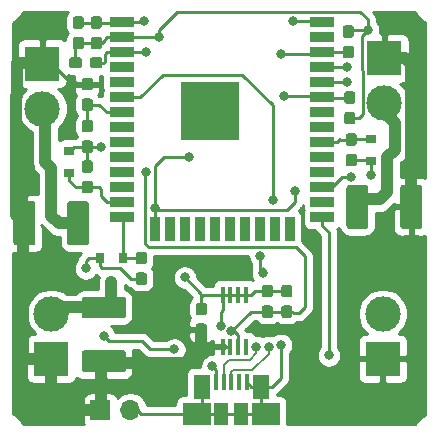
<source format=gbr>
G04 #@! TF.GenerationSoftware,KiCad,Pcbnew,(5.1.5)-3*
G04 #@! TF.CreationDate,2020-08-30T19:55:30+02:00*
G04 #@! TF.ProjectId,Drone_PCB,44726f6e-655f-4504-9342-2e6b69636164,rev?*
G04 #@! TF.SameCoordinates,Original*
G04 #@! TF.FileFunction,Copper,L1,Top*
G04 #@! TF.FilePolarity,Positive*
%FSLAX46Y46*%
G04 Gerber Fmt 4.6, Leading zero omitted, Abs format (unit mm)*
G04 Created by KiCad (PCBNEW (5.1.5)-3) date 2020-08-30 19:55:30*
%MOMM*%
%LPD*%
G04 APERTURE LIST*
%ADD10C,0.100000*%
%ADD11R,1.175000X1.900000*%
%ADD12R,2.375000X1.900000*%
%ADD13R,1.475000X2.100000*%
%ADD14R,0.450000X1.380000*%
%ADD15O,1.700000X1.700000*%
%ADD16R,1.700000X1.700000*%
%ADD17R,0.900000X0.800000*%
%ADD18R,0.800000X0.900000*%
%ADD19C,2.999740*%
%ADD20R,2.999740X2.999740*%
%ADD21R,0.450000X1.450000*%
%ADD22R,2.000000X0.900000*%
%ADD23R,0.900000X2.000000*%
%ADD24R,5.000000X5.000000*%
%ADD25C,0.800000*%
%ADD26C,0.250000*%
%ADD27C,0.200000*%
%ADD28C,1.000000*%
%ADD29C,0.500000*%
%ADD30C,0.254000*%
G04 APERTURE END LIST*
G04 #@! TA.AperFunction,SMDPad,CuDef*
D10*
G36*
X60577505Y-68280204D02*
G01*
X60601773Y-68283804D01*
X60625572Y-68289765D01*
X60648671Y-68298030D01*
X60670850Y-68308520D01*
X60691893Y-68321132D01*
X60711599Y-68335747D01*
X60729777Y-68352223D01*
X60746253Y-68370401D01*
X60760868Y-68390107D01*
X60773480Y-68411150D01*
X60783970Y-68433329D01*
X60792235Y-68456428D01*
X60798196Y-68480227D01*
X60801796Y-68504495D01*
X60803000Y-68528999D01*
X60803000Y-69879001D01*
X60801796Y-69903505D01*
X60798196Y-69927773D01*
X60792235Y-69951572D01*
X60783970Y-69974671D01*
X60773480Y-69996850D01*
X60760868Y-70017893D01*
X60746253Y-70037599D01*
X60729777Y-70055777D01*
X60711599Y-70072253D01*
X60691893Y-70086868D01*
X60670850Y-70099480D01*
X60648671Y-70109970D01*
X60625572Y-70118235D01*
X60601773Y-70124196D01*
X60577505Y-70127796D01*
X60553001Y-70129000D01*
X57302999Y-70129000D01*
X57278495Y-70127796D01*
X57254227Y-70124196D01*
X57230428Y-70118235D01*
X57207329Y-70109970D01*
X57185150Y-70099480D01*
X57164107Y-70086868D01*
X57144401Y-70072253D01*
X57126223Y-70055777D01*
X57109747Y-70037599D01*
X57095132Y-70017893D01*
X57082520Y-69996850D01*
X57072030Y-69974671D01*
X57063765Y-69951572D01*
X57057804Y-69927773D01*
X57054204Y-69903505D01*
X57053000Y-69879001D01*
X57053000Y-68528999D01*
X57054204Y-68504495D01*
X57057804Y-68480227D01*
X57063765Y-68456428D01*
X57072030Y-68433329D01*
X57082520Y-68411150D01*
X57095132Y-68390107D01*
X57109747Y-68370401D01*
X57126223Y-68352223D01*
X57144401Y-68335747D01*
X57164107Y-68321132D01*
X57185150Y-68308520D01*
X57207329Y-68298030D01*
X57230428Y-68289765D01*
X57254227Y-68283804D01*
X57278495Y-68280204D01*
X57302999Y-68279000D01*
X60553001Y-68279000D01*
X60577505Y-68280204D01*
G37*
G04 #@! TD.AperFunction*
G04 #@! TA.AperFunction,SMDPad,CuDef*
G36*
X60577505Y-63730204D02*
G01*
X60601773Y-63733804D01*
X60625572Y-63739765D01*
X60648671Y-63748030D01*
X60670850Y-63758520D01*
X60691893Y-63771132D01*
X60711599Y-63785747D01*
X60729777Y-63802223D01*
X60746253Y-63820401D01*
X60760868Y-63840107D01*
X60773480Y-63861150D01*
X60783970Y-63883329D01*
X60792235Y-63906428D01*
X60798196Y-63930227D01*
X60801796Y-63954495D01*
X60803000Y-63978999D01*
X60803000Y-65329001D01*
X60801796Y-65353505D01*
X60798196Y-65377773D01*
X60792235Y-65401572D01*
X60783970Y-65424671D01*
X60773480Y-65446850D01*
X60760868Y-65467893D01*
X60746253Y-65487599D01*
X60729777Y-65505777D01*
X60711599Y-65522253D01*
X60691893Y-65536868D01*
X60670850Y-65549480D01*
X60648671Y-65559970D01*
X60625572Y-65568235D01*
X60601773Y-65574196D01*
X60577505Y-65577796D01*
X60553001Y-65579000D01*
X57302999Y-65579000D01*
X57278495Y-65577796D01*
X57254227Y-65574196D01*
X57230428Y-65568235D01*
X57207329Y-65559970D01*
X57185150Y-65549480D01*
X57164107Y-65536868D01*
X57144401Y-65522253D01*
X57126223Y-65505777D01*
X57109747Y-65487599D01*
X57095132Y-65467893D01*
X57082520Y-65446850D01*
X57072030Y-65424671D01*
X57063765Y-65401572D01*
X57057804Y-65377773D01*
X57054204Y-65353505D01*
X57053000Y-65329001D01*
X57053000Y-63978999D01*
X57054204Y-63954495D01*
X57057804Y-63930227D01*
X57063765Y-63906428D01*
X57072030Y-63883329D01*
X57082520Y-63861150D01*
X57095132Y-63840107D01*
X57109747Y-63820401D01*
X57126223Y-63802223D01*
X57144401Y-63785747D01*
X57164107Y-63771132D01*
X57185150Y-63758520D01*
X57207329Y-63748030D01*
X57230428Y-63739765D01*
X57254227Y-63733804D01*
X57278495Y-63730204D01*
X57302999Y-63729000D01*
X60553001Y-63729000D01*
X60577505Y-63730204D01*
G37*
G04 #@! TD.AperFunction*
D11*
X70574000Y-73660000D03*
X68894000Y-73660000D03*
D12*
X72644000Y-73660000D03*
X66824000Y-73660000D03*
D13*
X72196500Y-71360000D03*
X67271500Y-71360000D03*
D14*
X71034000Y-71000000D03*
X70384000Y-71000000D03*
X69734000Y-71000000D03*
X69084000Y-71000000D03*
X68434000Y-71000000D03*
D15*
X61188600Y-73329800D03*
D16*
X58648600Y-73329800D03*
G04 #@! TA.AperFunction,SMDPad,CuDef*
D10*
G36*
X85651505Y-54260204D02*
G01*
X85675773Y-54263804D01*
X85699572Y-54269765D01*
X85722671Y-54278030D01*
X85744850Y-54288520D01*
X85765893Y-54301132D01*
X85785599Y-54315747D01*
X85803777Y-54332223D01*
X85820253Y-54350401D01*
X85834868Y-54370107D01*
X85847480Y-54391150D01*
X85857970Y-54413329D01*
X85866235Y-54436428D01*
X85872196Y-54460227D01*
X85875796Y-54484495D01*
X85877000Y-54508999D01*
X85877000Y-57759001D01*
X85875796Y-57783505D01*
X85872196Y-57807773D01*
X85866235Y-57831572D01*
X85857970Y-57854671D01*
X85847480Y-57876850D01*
X85834868Y-57897893D01*
X85820253Y-57917599D01*
X85803777Y-57935777D01*
X85785599Y-57952253D01*
X85765893Y-57966868D01*
X85744850Y-57979480D01*
X85722671Y-57989970D01*
X85699572Y-57998235D01*
X85675773Y-58004196D01*
X85651505Y-58007796D01*
X85627001Y-58009000D01*
X84276999Y-58009000D01*
X84252495Y-58007796D01*
X84228227Y-58004196D01*
X84204428Y-57998235D01*
X84181329Y-57989970D01*
X84159150Y-57979480D01*
X84138107Y-57966868D01*
X84118401Y-57952253D01*
X84100223Y-57935777D01*
X84083747Y-57917599D01*
X84069132Y-57897893D01*
X84056520Y-57876850D01*
X84046030Y-57854671D01*
X84037765Y-57831572D01*
X84031804Y-57807773D01*
X84028204Y-57783505D01*
X84027000Y-57759001D01*
X84027000Y-54508999D01*
X84028204Y-54484495D01*
X84031804Y-54460227D01*
X84037765Y-54436428D01*
X84046030Y-54413329D01*
X84056520Y-54391150D01*
X84069132Y-54370107D01*
X84083747Y-54350401D01*
X84100223Y-54332223D01*
X84118401Y-54315747D01*
X84138107Y-54301132D01*
X84159150Y-54288520D01*
X84181329Y-54278030D01*
X84204428Y-54269765D01*
X84228227Y-54263804D01*
X84252495Y-54260204D01*
X84276999Y-54259000D01*
X85627001Y-54259000D01*
X85651505Y-54260204D01*
G37*
G04 #@! TD.AperFunction*
G04 #@! TA.AperFunction,SMDPad,CuDef*
G36*
X81101505Y-54260204D02*
G01*
X81125773Y-54263804D01*
X81149572Y-54269765D01*
X81172671Y-54278030D01*
X81194850Y-54288520D01*
X81215893Y-54301132D01*
X81235599Y-54315747D01*
X81253777Y-54332223D01*
X81270253Y-54350401D01*
X81284868Y-54370107D01*
X81297480Y-54391150D01*
X81307970Y-54413329D01*
X81316235Y-54436428D01*
X81322196Y-54460227D01*
X81325796Y-54484495D01*
X81327000Y-54508999D01*
X81327000Y-57759001D01*
X81325796Y-57783505D01*
X81322196Y-57807773D01*
X81316235Y-57831572D01*
X81307970Y-57854671D01*
X81297480Y-57876850D01*
X81284868Y-57897893D01*
X81270253Y-57917599D01*
X81253777Y-57935777D01*
X81235599Y-57952253D01*
X81215893Y-57966868D01*
X81194850Y-57979480D01*
X81172671Y-57989970D01*
X81149572Y-57998235D01*
X81125773Y-58004196D01*
X81101505Y-58007796D01*
X81077001Y-58009000D01*
X79726999Y-58009000D01*
X79702495Y-58007796D01*
X79678227Y-58004196D01*
X79654428Y-57998235D01*
X79631329Y-57989970D01*
X79609150Y-57979480D01*
X79588107Y-57966868D01*
X79568401Y-57952253D01*
X79550223Y-57935777D01*
X79533747Y-57917599D01*
X79519132Y-57897893D01*
X79506520Y-57876850D01*
X79496030Y-57854671D01*
X79487765Y-57831572D01*
X79481804Y-57807773D01*
X79478204Y-57783505D01*
X79477000Y-57759001D01*
X79477000Y-54508999D01*
X79478204Y-54484495D01*
X79481804Y-54460227D01*
X79487765Y-54436428D01*
X79496030Y-54413329D01*
X79506520Y-54391150D01*
X79519132Y-54370107D01*
X79533747Y-54350401D01*
X79550223Y-54332223D01*
X79568401Y-54315747D01*
X79588107Y-54301132D01*
X79609150Y-54288520D01*
X79631329Y-54278030D01*
X79654428Y-54269765D01*
X79678227Y-54263804D01*
X79702495Y-54260204D01*
X79726999Y-54259000D01*
X81077001Y-54259000D01*
X81101505Y-54260204D01*
G37*
G04 #@! TD.AperFunction*
G04 #@! TA.AperFunction,SMDPad,CuDef*
G36*
X57457505Y-55657204D02*
G01*
X57481773Y-55660804D01*
X57505572Y-55666765D01*
X57528671Y-55675030D01*
X57550850Y-55685520D01*
X57571893Y-55698132D01*
X57591599Y-55712747D01*
X57609777Y-55729223D01*
X57626253Y-55747401D01*
X57640868Y-55767107D01*
X57653480Y-55788150D01*
X57663970Y-55810329D01*
X57672235Y-55833428D01*
X57678196Y-55857227D01*
X57681796Y-55881495D01*
X57683000Y-55905999D01*
X57683000Y-59156001D01*
X57681796Y-59180505D01*
X57678196Y-59204773D01*
X57672235Y-59228572D01*
X57663970Y-59251671D01*
X57653480Y-59273850D01*
X57640868Y-59294893D01*
X57626253Y-59314599D01*
X57609777Y-59332777D01*
X57591599Y-59349253D01*
X57571893Y-59363868D01*
X57550850Y-59376480D01*
X57528671Y-59386970D01*
X57505572Y-59395235D01*
X57481773Y-59401196D01*
X57457505Y-59404796D01*
X57433001Y-59406000D01*
X56082999Y-59406000D01*
X56058495Y-59404796D01*
X56034227Y-59401196D01*
X56010428Y-59395235D01*
X55987329Y-59386970D01*
X55965150Y-59376480D01*
X55944107Y-59363868D01*
X55924401Y-59349253D01*
X55906223Y-59332777D01*
X55889747Y-59314599D01*
X55875132Y-59294893D01*
X55862520Y-59273850D01*
X55852030Y-59251671D01*
X55843765Y-59228572D01*
X55837804Y-59204773D01*
X55834204Y-59180505D01*
X55833000Y-59156001D01*
X55833000Y-55905999D01*
X55834204Y-55881495D01*
X55837804Y-55857227D01*
X55843765Y-55833428D01*
X55852030Y-55810329D01*
X55862520Y-55788150D01*
X55875132Y-55767107D01*
X55889747Y-55747401D01*
X55906223Y-55729223D01*
X55924401Y-55712747D01*
X55944107Y-55698132D01*
X55965150Y-55685520D01*
X55987329Y-55675030D01*
X56010428Y-55666765D01*
X56034227Y-55660804D01*
X56058495Y-55657204D01*
X56082999Y-55656000D01*
X57433001Y-55656000D01*
X57457505Y-55657204D01*
G37*
G04 #@! TD.AperFunction*
G04 #@! TA.AperFunction,SMDPad,CuDef*
G36*
X52907505Y-55657204D02*
G01*
X52931773Y-55660804D01*
X52955572Y-55666765D01*
X52978671Y-55675030D01*
X53000850Y-55685520D01*
X53021893Y-55698132D01*
X53041599Y-55712747D01*
X53059777Y-55729223D01*
X53076253Y-55747401D01*
X53090868Y-55767107D01*
X53103480Y-55788150D01*
X53113970Y-55810329D01*
X53122235Y-55833428D01*
X53128196Y-55857227D01*
X53131796Y-55881495D01*
X53133000Y-55905999D01*
X53133000Y-59156001D01*
X53131796Y-59180505D01*
X53128196Y-59204773D01*
X53122235Y-59228572D01*
X53113970Y-59251671D01*
X53103480Y-59273850D01*
X53090868Y-59294893D01*
X53076253Y-59314599D01*
X53059777Y-59332777D01*
X53041599Y-59349253D01*
X53021893Y-59363868D01*
X53000850Y-59376480D01*
X52978671Y-59386970D01*
X52955572Y-59395235D01*
X52931773Y-59401196D01*
X52907505Y-59404796D01*
X52883001Y-59406000D01*
X51532999Y-59406000D01*
X51508495Y-59404796D01*
X51484227Y-59401196D01*
X51460428Y-59395235D01*
X51437329Y-59386970D01*
X51415150Y-59376480D01*
X51394107Y-59363868D01*
X51374401Y-59349253D01*
X51356223Y-59332777D01*
X51339747Y-59314599D01*
X51325132Y-59294893D01*
X51312520Y-59273850D01*
X51302030Y-59251671D01*
X51293765Y-59228572D01*
X51287804Y-59204773D01*
X51284204Y-59180505D01*
X51283000Y-59156001D01*
X51283000Y-55905999D01*
X51284204Y-55881495D01*
X51287804Y-55857227D01*
X51293765Y-55833428D01*
X51302030Y-55810329D01*
X51312520Y-55788150D01*
X51325132Y-55767107D01*
X51339747Y-55747401D01*
X51356223Y-55729223D01*
X51374401Y-55712747D01*
X51394107Y-55698132D01*
X51415150Y-55685520D01*
X51437329Y-55675030D01*
X51460428Y-55666765D01*
X51484227Y-55660804D01*
X51508495Y-55657204D01*
X51532999Y-55656000D01*
X52883001Y-55656000D01*
X52907505Y-55657204D01*
G37*
G04 #@! TD.AperFunction*
D17*
X83550000Y-51308000D03*
X81550000Y-52258000D03*
X81550000Y-50358000D03*
D18*
X59563000Y-62468000D03*
X58613000Y-60468000D03*
X60513000Y-60468000D03*
D17*
X53991000Y-52324000D03*
X55991000Y-51374000D03*
X55991000Y-53274000D03*
G04 #@! TA.AperFunction,SMDPad,CuDef*
D10*
G36*
X80143779Y-51659144D02*
G01*
X80166834Y-51662563D01*
X80189443Y-51668227D01*
X80211387Y-51676079D01*
X80232457Y-51686044D01*
X80252448Y-51698026D01*
X80271168Y-51711910D01*
X80288438Y-51727562D01*
X80304090Y-51744832D01*
X80317974Y-51763552D01*
X80329956Y-51783543D01*
X80339921Y-51804613D01*
X80347773Y-51826557D01*
X80353437Y-51849166D01*
X80356856Y-51872221D01*
X80358000Y-51895500D01*
X80358000Y-52470500D01*
X80356856Y-52493779D01*
X80353437Y-52516834D01*
X80347773Y-52539443D01*
X80339921Y-52561387D01*
X80329956Y-52582457D01*
X80317974Y-52602448D01*
X80304090Y-52621168D01*
X80288438Y-52638438D01*
X80271168Y-52654090D01*
X80252448Y-52667974D01*
X80232457Y-52679956D01*
X80211387Y-52689921D01*
X80189443Y-52697773D01*
X80166834Y-52703437D01*
X80143779Y-52706856D01*
X80120500Y-52708000D01*
X79645500Y-52708000D01*
X79622221Y-52706856D01*
X79599166Y-52703437D01*
X79576557Y-52697773D01*
X79554613Y-52689921D01*
X79533543Y-52679956D01*
X79513552Y-52667974D01*
X79494832Y-52654090D01*
X79477562Y-52638438D01*
X79461910Y-52621168D01*
X79448026Y-52602448D01*
X79436044Y-52582457D01*
X79426079Y-52561387D01*
X79418227Y-52539443D01*
X79412563Y-52516834D01*
X79409144Y-52493779D01*
X79408000Y-52470500D01*
X79408000Y-51895500D01*
X79409144Y-51872221D01*
X79412563Y-51849166D01*
X79418227Y-51826557D01*
X79426079Y-51804613D01*
X79436044Y-51783543D01*
X79448026Y-51763552D01*
X79461910Y-51744832D01*
X79477562Y-51727562D01*
X79494832Y-51711910D01*
X79513552Y-51698026D01*
X79533543Y-51686044D01*
X79554613Y-51676079D01*
X79576557Y-51668227D01*
X79599166Y-51662563D01*
X79622221Y-51659144D01*
X79645500Y-51658000D01*
X80120500Y-51658000D01*
X80143779Y-51659144D01*
G37*
G04 #@! TD.AperFunction*
G04 #@! TA.AperFunction,SMDPad,CuDef*
G36*
X80143779Y-49909144D02*
G01*
X80166834Y-49912563D01*
X80189443Y-49918227D01*
X80211387Y-49926079D01*
X80232457Y-49936044D01*
X80252448Y-49948026D01*
X80271168Y-49961910D01*
X80288438Y-49977562D01*
X80304090Y-49994832D01*
X80317974Y-50013552D01*
X80329956Y-50033543D01*
X80339921Y-50054613D01*
X80347773Y-50076557D01*
X80353437Y-50099166D01*
X80356856Y-50122221D01*
X80358000Y-50145500D01*
X80358000Y-50720500D01*
X80356856Y-50743779D01*
X80353437Y-50766834D01*
X80347773Y-50789443D01*
X80339921Y-50811387D01*
X80329956Y-50832457D01*
X80317974Y-50852448D01*
X80304090Y-50871168D01*
X80288438Y-50888438D01*
X80271168Y-50904090D01*
X80252448Y-50917974D01*
X80232457Y-50929956D01*
X80211387Y-50939921D01*
X80189443Y-50947773D01*
X80166834Y-50953437D01*
X80143779Y-50956856D01*
X80120500Y-50958000D01*
X79645500Y-50958000D01*
X79622221Y-50956856D01*
X79599166Y-50953437D01*
X79576557Y-50947773D01*
X79554613Y-50939921D01*
X79533543Y-50929956D01*
X79513552Y-50917974D01*
X79494832Y-50904090D01*
X79477562Y-50888438D01*
X79461910Y-50871168D01*
X79448026Y-50852448D01*
X79436044Y-50832457D01*
X79426079Y-50811387D01*
X79418227Y-50789443D01*
X79412563Y-50766834D01*
X79409144Y-50743779D01*
X79408000Y-50720500D01*
X79408000Y-50145500D01*
X79409144Y-50122221D01*
X79412563Y-50099166D01*
X79418227Y-50076557D01*
X79426079Y-50054613D01*
X79436044Y-50033543D01*
X79448026Y-50013552D01*
X79461910Y-49994832D01*
X79477562Y-49977562D01*
X79494832Y-49961910D01*
X79513552Y-49948026D01*
X79533543Y-49936044D01*
X79554613Y-49926079D01*
X79576557Y-49918227D01*
X79599166Y-49912563D01*
X79622221Y-49909144D01*
X79645500Y-49908000D01*
X80120500Y-49908000D01*
X80143779Y-49909144D01*
G37*
G04 #@! TD.AperFunction*
G04 #@! TA.AperFunction,SMDPad,CuDef*
G36*
X62363779Y-61692144D02*
G01*
X62386834Y-61695563D01*
X62409443Y-61701227D01*
X62431387Y-61709079D01*
X62452457Y-61719044D01*
X62472448Y-61731026D01*
X62491168Y-61744910D01*
X62508438Y-61760562D01*
X62524090Y-61777832D01*
X62537974Y-61796552D01*
X62549956Y-61816543D01*
X62559921Y-61837613D01*
X62567773Y-61859557D01*
X62573437Y-61882166D01*
X62576856Y-61905221D01*
X62578000Y-61928500D01*
X62578000Y-62503500D01*
X62576856Y-62526779D01*
X62573437Y-62549834D01*
X62567773Y-62572443D01*
X62559921Y-62594387D01*
X62549956Y-62615457D01*
X62537974Y-62635448D01*
X62524090Y-62654168D01*
X62508438Y-62671438D01*
X62491168Y-62687090D01*
X62472448Y-62700974D01*
X62452457Y-62712956D01*
X62431387Y-62722921D01*
X62409443Y-62730773D01*
X62386834Y-62736437D01*
X62363779Y-62739856D01*
X62340500Y-62741000D01*
X61865500Y-62741000D01*
X61842221Y-62739856D01*
X61819166Y-62736437D01*
X61796557Y-62730773D01*
X61774613Y-62722921D01*
X61753543Y-62712956D01*
X61733552Y-62700974D01*
X61714832Y-62687090D01*
X61697562Y-62671438D01*
X61681910Y-62654168D01*
X61668026Y-62635448D01*
X61656044Y-62615457D01*
X61646079Y-62594387D01*
X61638227Y-62572443D01*
X61632563Y-62549834D01*
X61629144Y-62526779D01*
X61628000Y-62503500D01*
X61628000Y-61928500D01*
X61629144Y-61905221D01*
X61632563Y-61882166D01*
X61638227Y-61859557D01*
X61646079Y-61837613D01*
X61656044Y-61816543D01*
X61668026Y-61796552D01*
X61681910Y-61777832D01*
X61697562Y-61760562D01*
X61714832Y-61744910D01*
X61733552Y-61731026D01*
X61753543Y-61719044D01*
X61774613Y-61709079D01*
X61796557Y-61701227D01*
X61819166Y-61695563D01*
X61842221Y-61692144D01*
X61865500Y-61691000D01*
X62340500Y-61691000D01*
X62363779Y-61692144D01*
G37*
G04 #@! TD.AperFunction*
G04 #@! TA.AperFunction,SMDPad,CuDef*
G36*
X62363779Y-59942144D02*
G01*
X62386834Y-59945563D01*
X62409443Y-59951227D01*
X62431387Y-59959079D01*
X62452457Y-59969044D01*
X62472448Y-59981026D01*
X62491168Y-59994910D01*
X62508438Y-60010562D01*
X62524090Y-60027832D01*
X62537974Y-60046552D01*
X62549956Y-60066543D01*
X62559921Y-60087613D01*
X62567773Y-60109557D01*
X62573437Y-60132166D01*
X62576856Y-60155221D01*
X62578000Y-60178500D01*
X62578000Y-60753500D01*
X62576856Y-60776779D01*
X62573437Y-60799834D01*
X62567773Y-60822443D01*
X62559921Y-60844387D01*
X62549956Y-60865457D01*
X62537974Y-60885448D01*
X62524090Y-60904168D01*
X62508438Y-60921438D01*
X62491168Y-60937090D01*
X62472448Y-60950974D01*
X62452457Y-60962956D01*
X62431387Y-60972921D01*
X62409443Y-60980773D01*
X62386834Y-60986437D01*
X62363779Y-60989856D01*
X62340500Y-60991000D01*
X61865500Y-60991000D01*
X61842221Y-60989856D01*
X61819166Y-60986437D01*
X61796557Y-60980773D01*
X61774613Y-60972921D01*
X61753543Y-60962956D01*
X61733552Y-60950974D01*
X61714832Y-60937090D01*
X61697562Y-60921438D01*
X61681910Y-60904168D01*
X61668026Y-60885448D01*
X61656044Y-60865457D01*
X61646079Y-60844387D01*
X61638227Y-60822443D01*
X61632563Y-60799834D01*
X61629144Y-60776779D01*
X61628000Y-60753500D01*
X61628000Y-60178500D01*
X61629144Y-60155221D01*
X61632563Y-60132166D01*
X61638227Y-60109557D01*
X61646079Y-60087613D01*
X61656044Y-60066543D01*
X61668026Y-60046552D01*
X61681910Y-60027832D01*
X61697562Y-60010562D01*
X61714832Y-59994910D01*
X61733552Y-59981026D01*
X61753543Y-59969044D01*
X61774613Y-59959079D01*
X61796557Y-59951227D01*
X61819166Y-59945563D01*
X61842221Y-59942144D01*
X61865500Y-59941000D01*
X62340500Y-59941000D01*
X62363779Y-59942144D01*
G37*
G04 #@! TD.AperFunction*
G04 #@! TA.AperFunction,SMDPad,CuDef*
G36*
X57791779Y-52195144D02*
G01*
X57814834Y-52198563D01*
X57837443Y-52204227D01*
X57859387Y-52212079D01*
X57880457Y-52222044D01*
X57900448Y-52234026D01*
X57919168Y-52247910D01*
X57936438Y-52263562D01*
X57952090Y-52280832D01*
X57965974Y-52299552D01*
X57977956Y-52319543D01*
X57987921Y-52340613D01*
X57995773Y-52362557D01*
X58001437Y-52385166D01*
X58004856Y-52408221D01*
X58006000Y-52431500D01*
X58006000Y-53006500D01*
X58004856Y-53029779D01*
X58001437Y-53052834D01*
X57995773Y-53075443D01*
X57987921Y-53097387D01*
X57977956Y-53118457D01*
X57965974Y-53138448D01*
X57952090Y-53157168D01*
X57936438Y-53174438D01*
X57919168Y-53190090D01*
X57900448Y-53203974D01*
X57880457Y-53215956D01*
X57859387Y-53225921D01*
X57837443Y-53233773D01*
X57814834Y-53239437D01*
X57791779Y-53242856D01*
X57768500Y-53244000D01*
X57293500Y-53244000D01*
X57270221Y-53242856D01*
X57247166Y-53239437D01*
X57224557Y-53233773D01*
X57202613Y-53225921D01*
X57181543Y-53215956D01*
X57161552Y-53203974D01*
X57142832Y-53190090D01*
X57125562Y-53174438D01*
X57109910Y-53157168D01*
X57096026Y-53138448D01*
X57084044Y-53118457D01*
X57074079Y-53097387D01*
X57066227Y-53075443D01*
X57060563Y-53052834D01*
X57057144Y-53029779D01*
X57056000Y-53006500D01*
X57056000Y-52431500D01*
X57057144Y-52408221D01*
X57060563Y-52385166D01*
X57066227Y-52362557D01*
X57074079Y-52340613D01*
X57084044Y-52319543D01*
X57096026Y-52299552D01*
X57109910Y-52280832D01*
X57125562Y-52263562D01*
X57142832Y-52247910D01*
X57161552Y-52234026D01*
X57181543Y-52222044D01*
X57202613Y-52212079D01*
X57224557Y-52204227D01*
X57247166Y-52198563D01*
X57270221Y-52195144D01*
X57293500Y-52194000D01*
X57768500Y-52194000D01*
X57791779Y-52195144D01*
G37*
G04 #@! TD.AperFunction*
G04 #@! TA.AperFunction,SMDPad,CuDef*
G36*
X57791779Y-53945144D02*
G01*
X57814834Y-53948563D01*
X57837443Y-53954227D01*
X57859387Y-53962079D01*
X57880457Y-53972044D01*
X57900448Y-53984026D01*
X57919168Y-53997910D01*
X57936438Y-54013562D01*
X57952090Y-54030832D01*
X57965974Y-54049552D01*
X57977956Y-54069543D01*
X57987921Y-54090613D01*
X57995773Y-54112557D01*
X58001437Y-54135166D01*
X58004856Y-54158221D01*
X58006000Y-54181500D01*
X58006000Y-54756500D01*
X58004856Y-54779779D01*
X58001437Y-54802834D01*
X57995773Y-54825443D01*
X57987921Y-54847387D01*
X57977956Y-54868457D01*
X57965974Y-54888448D01*
X57952090Y-54907168D01*
X57936438Y-54924438D01*
X57919168Y-54940090D01*
X57900448Y-54953974D01*
X57880457Y-54965956D01*
X57859387Y-54975921D01*
X57837443Y-54983773D01*
X57814834Y-54989437D01*
X57791779Y-54992856D01*
X57768500Y-54994000D01*
X57293500Y-54994000D01*
X57270221Y-54992856D01*
X57247166Y-54989437D01*
X57224557Y-54983773D01*
X57202613Y-54975921D01*
X57181543Y-54965956D01*
X57161552Y-54953974D01*
X57142832Y-54940090D01*
X57125562Y-54924438D01*
X57109910Y-54907168D01*
X57096026Y-54888448D01*
X57084044Y-54868457D01*
X57074079Y-54847387D01*
X57066227Y-54825443D01*
X57060563Y-54802834D01*
X57057144Y-54779779D01*
X57056000Y-54756500D01*
X57056000Y-54181500D01*
X57057144Y-54158221D01*
X57060563Y-54135166D01*
X57066227Y-54112557D01*
X57074079Y-54090613D01*
X57084044Y-54069543D01*
X57096026Y-54049552D01*
X57109910Y-54030832D01*
X57125562Y-54013562D01*
X57142832Y-53997910D01*
X57161552Y-53984026D01*
X57181543Y-53972044D01*
X57202613Y-53962079D01*
X57224557Y-53954227D01*
X57247166Y-53948563D01*
X57270221Y-53945144D01*
X57293500Y-53944000D01*
X57768500Y-53944000D01*
X57791779Y-53945144D01*
G37*
G04 #@! TD.AperFunction*
G04 #@! TA.AperFunction,SMDPad,CuDef*
G36*
X80016779Y-48103144D02*
G01*
X80039834Y-48106563D01*
X80062443Y-48112227D01*
X80084387Y-48120079D01*
X80105457Y-48130044D01*
X80125448Y-48142026D01*
X80144168Y-48155910D01*
X80161438Y-48171562D01*
X80177090Y-48188832D01*
X80190974Y-48207552D01*
X80202956Y-48227543D01*
X80212921Y-48248613D01*
X80220773Y-48270557D01*
X80226437Y-48293166D01*
X80229856Y-48316221D01*
X80231000Y-48339500D01*
X80231000Y-48914500D01*
X80229856Y-48937779D01*
X80226437Y-48960834D01*
X80220773Y-48983443D01*
X80212921Y-49005387D01*
X80202956Y-49026457D01*
X80190974Y-49046448D01*
X80177090Y-49065168D01*
X80161438Y-49082438D01*
X80144168Y-49098090D01*
X80125448Y-49111974D01*
X80105457Y-49123956D01*
X80084387Y-49133921D01*
X80062443Y-49141773D01*
X80039834Y-49147437D01*
X80016779Y-49150856D01*
X79993500Y-49152000D01*
X79518500Y-49152000D01*
X79495221Y-49150856D01*
X79472166Y-49147437D01*
X79449557Y-49141773D01*
X79427613Y-49133921D01*
X79406543Y-49123956D01*
X79386552Y-49111974D01*
X79367832Y-49098090D01*
X79350562Y-49082438D01*
X79334910Y-49065168D01*
X79321026Y-49046448D01*
X79309044Y-49026457D01*
X79299079Y-49005387D01*
X79291227Y-48983443D01*
X79285563Y-48960834D01*
X79282144Y-48937779D01*
X79281000Y-48914500D01*
X79281000Y-48339500D01*
X79282144Y-48316221D01*
X79285563Y-48293166D01*
X79291227Y-48270557D01*
X79299079Y-48248613D01*
X79309044Y-48227543D01*
X79321026Y-48207552D01*
X79334910Y-48188832D01*
X79350562Y-48171562D01*
X79367832Y-48155910D01*
X79386552Y-48142026D01*
X79406543Y-48130044D01*
X79427613Y-48120079D01*
X79449557Y-48112227D01*
X79472166Y-48106563D01*
X79495221Y-48103144D01*
X79518500Y-48102000D01*
X79993500Y-48102000D01*
X80016779Y-48103144D01*
G37*
G04 #@! TD.AperFunction*
G04 #@! TA.AperFunction,SMDPad,CuDef*
G36*
X80016779Y-46353144D02*
G01*
X80039834Y-46356563D01*
X80062443Y-46362227D01*
X80084387Y-46370079D01*
X80105457Y-46380044D01*
X80125448Y-46392026D01*
X80144168Y-46405910D01*
X80161438Y-46421562D01*
X80177090Y-46438832D01*
X80190974Y-46457552D01*
X80202956Y-46477543D01*
X80212921Y-46498613D01*
X80220773Y-46520557D01*
X80226437Y-46543166D01*
X80229856Y-46566221D01*
X80231000Y-46589500D01*
X80231000Y-47164500D01*
X80229856Y-47187779D01*
X80226437Y-47210834D01*
X80220773Y-47233443D01*
X80212921Y-47255387D01*
X80202956Y-47276457D01*
X80190974Y-47296448D01*
X80177090Y-47315168D01*
X80161438Y-47332438D01*
X80144168Y-47348090D01*
X80125448Y-47361974D01*
X80105457Y-47373956D01*
X80084387Y-47383921D01*
X80062443Y-47391773D01*
X80039834Y-47397437D01*
X80016779Y-47400856D01*
X79993500Y-47402000D01*
X79518500Y-47402000D01*
X79495221Y-47400856D01*
X79472166Y-47397437D01*
X79449557Y-47391773D01*
X79427613Y-47383921D01*
X79406543Y-47373956D01*
X79386552Y-47361974D01*
X79367832Y-47348090D01*
X79350562Y-47332438D01*
X79334910Y-47315168D01*
X79321026Y-47296448D01*
X79309044Y-47276457D01*
X79299079Y-47255387D01*
X79291227Y-47233443D01*
X79285563Y-47210834D01*
X79282144Y-47187779D01*
X79281000Y-47164500D01*
X79281000Y-46589500D01*
X79282144Y-46566221D01*
X79285563Y-46543166D01*
X79291227Y-46520557D01*
X79299079Y-46498613D01*
X79309044Y-46477543D01*
X79321026Y-46457552D01*
X79334910Y-46438832D01*
X79350562Y-46421562D01*
X79367832Y-46405910D01*
X79386552Y-46392026D01*
X79406543Y-46380044D01*
X79427613Y-46370079D01*
X79449557Y-46362227D01*
X79472166Y-46356563D01*
X79495221Y-46353144D01*
X79518500Y-46352000D01*
X79993500Y-46352000D01*
X80016779Y-46353144D01*
G37*
G04 #@! TD.AperFunction*
G04 #@! TA.AperFunction,SMDPad,CuDef*
G36*
X79889779Y-42515144D02*
G01*
X79912834Y-42518563D01*
X79935443Y-42524227D01*
X79957387Y-42532079D01*
X79978457Y-42542044D01*
X79998448Y-42554026D01*
X80017168Y-42567910D01*
X80034438Y-42583562D01*
X80050090Y-42600832D01*
X80063974Y-42619552D01*
X80075956Y-42639543D01*
X80085921Y-42660613D01*
X80093773Y-42682557D01*
X80099437Y-42705166D01*
X80102856Y-42728221D01*
X80104000Y-42751500D01*
X80104000Y-43326500D01*
X80102856Y-43349779D01*
X80099437Y-43372834D01*
X80093773Y-43395443D01*
X80085921Y-43417387D01*
X80075956Y-43438457D01*
X80063974Y-43458448D01*
X80050090Y-43477168D01*
X80034438Y-43494438D01*
X80017168Y-43510090D01*
X79998448Y-43523974D01*
X79978457Y-43535956D01*
X79957387Y-43545921D01*
X79935443Y-43553773D01*
X79912834Y-43559437D01*
X79889779Y-43562856D01*
X79866500Y-43564000D01*
X79391500Y-43564000D01*
X79368221Y-43562856D01*
X79345166Y-43559437D01*
X79322557Y-43553773D01*
X79300613Y-43545921D01*
X79279543Y-43535956D01*
X79259552Y-43523974D01*
X79240832Y-43510090D01*
X79223562Y-43494438D01*
X79207910Y-43477168D01*
X79194026Y-43458448D01*
X79182044Y-43438457D01*
X79172079Y-43417387D01*
X79164227Y-43395443D01*
X79158563Y-43372834D01*
X79155144Y-43349779D01*
X79154000Y-43326500D01*
X79154000Y-42751500D01*
X79155144Y-42728221D01*
X79158563Y-42705166D01*
X79164227Y-42682557D01*
X79172079Y-42660613D01*
X79182044Y-42639543D01*
X79194026Y-42619552D01*
X79207910Y-42600832D01*
X79223562Y-42583562D01*
X79240832Y-42567910D01*
X79259552Y-42554026D01*
X79279543Y-42542044D01*
X79300613Y-42532079D01*
X79322557Y-42524227D01*
X79345166Y-42518563D01*
X79368221Y-42515144D01*
X79391500Y-42514000D01*
X79866500Y-42514000D01*
X79889779Y-42515144D01*
G37*
G04 #@! TD.AperFunction*
G04 #@! TA.AperFunction,SMDPad,CuDef*
G36*
X79889779Y-40765144D02*
G01*
X79912834Y-40768563D01*
X79935443Y-40774227D01*
X79957387Y-40782079D01*
X79978457Y-40792044D01*
X79998448Y-40804026D01*
X80017168Y-40817910D01*
X80034438Y-40833562D01*
X80050090Y-40850832D01*
X80063974Y-40869552D01*
X80075956Y-40889543D01*
X80085921Y-40910613D01*
X80093773Y-40932557D01*
X80099437Y-40955166D01*
X80102856Y-40978221D01*
X80104000Y-41001500D01*
X80104000Y-41576500D01*
X80102856Y-41599779D01*
X80099437Y-41622834D01*
X80093773Y-41645443D01*
X80085921Y-41667387D01*
X80075956Y-41688457D01*
X80063974Y-41708448D01*
X80050090Y-41727168D01*
X80034438Y-41744438D01*
X80017168Y-41760090D01*
X79998448Y-41773974D01*
X79978457Y-41785956D01*
X79957387Y-41795921D01*
X79935443Y-41803773D01*
X79912834Y-41809437D01*
X79889779Y-41812856D01*
X79866500Y-41814000D01*
X79391500Y-41814000D01*
X79368221Y-41812856D01*
X79345166Y-41809437D01*
X79322557Y-41803773D01*
X79300613Y-41795921D01*
X79279543Y-41785956D01*
X79259552Y-41773974D01*
X79240832Y-41760090D01*
X79223562Y-41744438D01*
X79207910Y-41727168D01*
X79194026Y-41708448D01*
X79182044Y-41688457D01*
X79172079Y-41667387D01*
X79164227Y-41645443D01*
X79158563Y-41622834D01*
X79155144Y-41599779D01*
X79154000Y-41576500D01*
X79154000Y-41001500D01*
X79155144Y-40978221D01*
X79158563Y-40955166D01*
X79164227Y-40932557D01*
X79172079Y-40910613D01*
X79182044Y-40889543D01*
X79194026Y-40869552D01*
X79207910Y-40850832D01*
X79223562Y-40833562D01*
X79240832Y-40817910D01*
X79259552Y-40804026D01*
X79279543Y-40792044D01*
X79300613Y-40782079D01*
X79322557Y-40774227D01*
X79345166Y-40768563D01*
X79368221Y-40765144D01*
X79391500Y-40764000D01*
X79866500Y-40764000D01*
X79889779Y-40765144D01*
G37*
G04 #@! TD.AperFunction*
D19*
X53721000Y-47810000D03*
D20*
X53721000Y-44000000D03*
G04 #@! TA.AperFunction,SMDPad,CuDef*
D10*
G36*
X58553779Y-40003144D02*
G01*
X58576834Y-40006563D01*
X58599443Y-40012227D01*
X58621387Y-40020079D01*
X58642457Y-40030044D01*
X58662448Y-40042026D01*
X58681168Y-40055910D01*
X58698438Y-40071562D01*
X58714090Y-40088832D01*
X58727974Y-40107552D01*
X58739956Y-40127543D01*
X58749921Y-40148613D01*
X58757773Y-40170557D01*
X58763437Y-40193166D01*
X58766856Y-40216221D01*
X58768000Y-40239500D01*
X58768000Y-40814500D01*
X58766856Y-40837779D01*
X58763437Y-40860834D01*
X58757773Y-40883443D01*
X58749921Y-40905387D01*
X58739956Y-40926457D01*
X58727974Y-40946448D01*
X58714090Y-40965168D01*
X58698438Y-40982438D01*
X58681168Y-40998090D01*
X58662448Y-41011974D01*
X58642457Y-41023956D01*
X58621387Y-41033921D01*
X58599443Y-41041773D01*
X58576834Y-41047437D01*
X58553779Y-41050856D01*
X58530500Y-41052000D01*
X58055500Y-41052000D01*
X58032221Y-41050856D01*
X58009166Y-41047437D01*
X57986557Y-41041773D01*
X57964613Y-41033921D01*
X57943543Y-41023956D01*
X57923552Y-41011974D01*
X57904832Y-40998090D01*
X57887562Y-40982438D01*
X57871910Y-40965168D01*
X57858026Y-40946448D01*
X57846044Y-40926457D01*
X57836079Y-40905387D01*
X57828227Y-40883443D01*
X57822563Y-40860834D01*
X57819144Y-40837779D01*
X57818000Y-40814500D01*
X57818000Y-40239500D01*
X57819144Y-40216221D01*
X57822563Y-40193166D01*
X57828227Y-40170557D01*
X57836079Y-40148613D01*
X57846044Y-40127543D01*
X57858026Y-40107552D01*
X57871910Y-40088832D01*
X57887562Y-40071562D01*
X57904832Y-40055910D01*
X57923552Y-40042026D01*
X57943543Y-40030044D01*
X57964613Y-40020079D01*
X57986557Y-40012227D01*
X58009166Y-40006563D01*
X58032221Y-40003144D01*
X58055500Y-40002000D01*
X58530500Y-40002000D01*
X58553779Y-40003144D01*
G37*
G04 #@! TD.AperFunction*
G04 #@! TA.AperFunction,SMDPad,CuDef*
G36*
X58553779Y-41753144D02*
G01*
X58576834Y-41756563D01*
X58599443Y-41762227D01*
X58621387Y-41770079D01*
X58642457Y-41780044D01*
X58662448Y-41792026D01*
X58681168Y-41805910D01*
X58698438Y-41821562D01*
X58714090Y-41838832D01*
X58727974Y-41857552D01*
X58739956Y-41877543D01*
X58749921Y-41898613D01*
X58757773Y-41920557D01*
X58763437Y-41943166D01*
X58766856Y-41966221D01*
X58768000Y-41989500D01*
X58768000Y-42564500D01*
X58766856Y-42587779D01*
X58763437Y-42610834D01*
X58757773Y-42633443D01*
X58749921Y-42655387D01*
X58739956Y-42676457D01*
X58727974Y-42696448D01*
X58714090Y-42715168D01*
X58698438Y-42732438D01*
X58681168Y-42748090D01*
X58662448Y-42761974D01*
X58642457Y-42773956D01*
X58621387Y-42783921D01*
X58599443Y-42791773D01*
X58576834Y-42797437D01*
X58553779Y-42800856D01*
X58530500Y-42802000D01*
X58055500Y-42802000D01*
X58032221Y-42800856D01*
X58009166Y-42797437D01*
X57986557Y-42791773D01*
X57964613Y-42783921D01*
X57943543Y-42773956D01*
X57923552Y-42761974D01*
X57904832Y-42748090D01*
X57887562Y-42732438D01*
X57871910Y-42715168D01*
X57858026Y-42696448D01*
X57846044Y-42676457D01*
X57836079Y-42655387D01*
X57828227Y-42633443D01*
X57822563Y-42610834D01*
X57819144Y-42587779D01*
X57818000Y-42564500D01*
X57818000Y-41989500D01*
X57819144Y-41966221D01*
X57822563Y-41943166D01*
X57828227Y-41920557D01*
X57836079Y-41898613D01*
X57846044Y-41877543D01*
X57858026Y-41857552D01*
X57871910Y-41838832D01*
X57887562Y-41821562D01*
X57904832Y-41805910D01*
X57923552Y-41792026D01*
X57943543Y-41780044D01*
X57964613Y-41770079D01*
X57986557Y-41762227D01*
X58009166Y-41756563D01*
X58032221Y-41753144D01*
X58055500Y-41752000D01*
X58530500Y-41752000D01*
X58553779Y-41753144D01*
G37*
G04 #@! TD.AperFunction*
G04 #@! TA.AperFunction,SMDPad,CuDef*
G36*
X57029779Y-40003144D02*
G01*
X57052834Y-40006563D01*
X57075443Y-40012227D01*
X57097387Y-40020079D01*
X57118457Y-40030044D01*
X57138448Y-40042026D01*
X57157168Y-40055910D01*
X57174438Y-40071562D01*
X57190090Y-40088832D01*
X57203974Y-40107552D01*
X57215956Y-40127543D01*
X57225921Y-40148613D01*
X57233773Y-40170557D01*
X57239437Y-40193166D01*
X57242856Y-40216221D01*
X57244000Y-40239500D01*
X57244000Y-40814500D01*
X57242856Y-40837779D01*
X57239437Y-40860834D01*
X57233773Y-40883443D01*
X57225921Y-40905387D01*
X57215956Y-40926457D01*
X57203974Y-40946448D01*
X57190090Y-40965168D01*
X57174438Y-40982438D01*
X57157168Y-40998090D01*
X57138448Y-41011974D01*
X57118457Y-41023956D01*
X57097387Y-41033921D01*
X57075443Y-41041773D01*
X57052834Y-41047437D01*
X57029779Y-41050856D01*
X57006500Y-41052000D01*
X56531500Y-41052000D01*
X56508221Y-41050856D01*
X56485166Y-41047437D01*
X56462557Y-41041773D01*
X56440613Y-41033921D01*
X56419543Y-41023956D01*
X56399552Y-41011974D01*
X56380832Y-40998090D01*
X56363562Y-40982438D01*
X56347910Y-40965168D01*
X56334026Y-40946448D01*
X56322044Y-40926457D01*
X56312079Y-40905387D01*
X56304227Y-40883443D01*
X56298563Y-40860834D01*
X56295144Y-40837779D01*
X56294000Y-40814500D01*
X56294000Y-40239500D01*
X56295144Y-40216221D01*
X56298563Y-40193166D01*
X56304227Y-40170557D01*
X56312079Y-40148613D01*
X56322044Y-40127543D01*
X56334026Y-40107552D01*
X56347910Y-40088832D01*
X56363562Y-40071562D01*
X56380832Y-40055910D01*
X56399552Y-40042026D01*
X56419543Y-40030044D01*
X56440613Y-40020079D01*
X56462557Y-40012227D01*
X56485166Y-40006563D01*
X56508221Y-40003144D01*
X56531500Y-40002000D01*
X57006500Y-40002000D01*
X57029779Y-40003144D01*
G37*
G04 #@! TD.AperFunction*
G04 #@! TA.AperFunction,SMDPad,CuDef*
G36*
X57029779Y-41753144D02*
G01*
X57052834Y-41756563D01*
X57075443Y-41762227D01*
X57097387Y-41770079D01*
X57118457Y-41780044D01*
X57138448Y-41792026D01*
X57157168Y-41805910D01*
X57174438Y-41821562D01*
X57190090Y-41838832D01*
X57203974Y-41857552D01*
X57215956Y-41877543D01*
X57225921Y-41898613D01*
X57233773Y-41920557D01*
X57239437Y-41943166D01*
X57242856Y-41966221D01*
X57244000Y-41989500D01*
X57244000Y-42564500D01*
X57242856Y-42587779D01*
X57239437Y-42610834D01*
X57233773Y-42633443D01*
X57225921Y-42655387D01*
X57215956Y-42676457D01*
X57203974Y-42696448D01*
X57190090Y-42715168D01*
X57174438Y-42732438D01*
X57157168Y-42748090D01*
X57138448Y-42761974D01*
X57118457Y-42773956D01*
X57097387Y-42783921D01*
X57075443Y-42791773D01*
X57052834Y-42797437D01*
X57029779Y-42800856D01*
X57006500Y-42802000D01*
X56531500Y-42802000D01*
X56508221Y-42800856D01*
X56485166Y-42797437D01*
X56462557Y-42791773D01*
X56440613Y-42783921D01*
X56419543Y-42773956D01*
X56399552Y-42761974D01*
X56380832Y-42748090D01*
X56363562Y-42732438D01*
X56347910Y-42715168D01*
X56334026Y-42696448D01*
X56322044Y-42676457D01*
X56312079Y-42655387D01*
X56304227Y-42633443D01*
X56298563Y-42610834D01*
X56295144Y-42587779D01*
X56294000Y-42564500D01*
X56294000Y-41989500D01*
X56295144Y-41966221D01*
X56298563Y-41943166D01*
X56304227Y-41920557D01*
X56312079Y-41898613D01*
X56322044Y-41877543D01*
X56334026Y-41857552D01*
X56347910Y-41838832D01*
X56363562Y-41821562D01*
X56380832Y-41805910D01*
X56399552Y-41792026D01*
X56419543Y-41780044D01*
X56440613Y-41770079D01*
X56462557Y-41762227D01*
X56485166Y-41756563D01*
X56508221Y-41753144D01*
X56531500Y-41752000D01*
X57006500Y-41752000D01*
X57029779Y-41753144D01*
G37*
G04 #@! TD.AperFunction*
G04 #@! TA.AperFunction,SMDPad,CuDef*
G36*
X74682779Y-62736144D02*
G01*
X74705834Y-62739563D01*
X74728443Y-62745227D01*
X74750387Y-62753079D01*
X74771457Y-62763044D01*
X74791448Y-62775026D01*
X74810168Y-62788910D01*
X74827438Y-62804562D01*
X74843090Y-62821832D01*
X74856974Y-62840552D01*
X74868956Y-62860543D01*
X74878921Y-62881613D01*
X74886773Y-62903557D01*
X74892437Y-62926166D01*
X74895856Y-62949221D01*
X74897000Y-62972500D01*
X74897000Y-63547500D01*
X74895856Y-63570779D01*
X74892437Y-63593834D01*
X74886773Y-63616443D01*
X74878921Y-63638387D01*
X74868956Y-63659457D01*
X74856974Y-63679448D01*
X74843090Y-63698168D01*
X74827438Y-63715438D01*
X74810168Y-63731090D01*
X74791448Y-63744974D01*
X74771457Y-63756956D01*
X74750387Y-63766921D01*
X74728443Y-63774773D01*
X74705834Y-63780437D01*
X74682779Y-63783856D01*
X74659500Y-63785000D01*
X74184500Y-63785000D01*
X74161221Y-63783856D01*
X74138166Y-63780437D01*
X74115557Y-63774773D01*
X74093613Y-63766921D01*
X74072543Y-63756956D01*
X74052552Y-63744974D01*
X74033832Y-63731090D01*
X74016562Y-63715438D01*
X74000910Y-63698168D01*
X73987026Y-63679448D01*
X73975044Y-63659457D01*
X73965079Y-63638387D01*
X73957227Y-63616443D01*
X73951563Y-63593834D01*
X73948144Y-63570779D01*
X73947000Y-63547500D01*
X73947000Y-62972500D01*
X73948144Y-62949221D01*
X73951563Y-62926166D01*
X73957227Y-62903557D01*
X73965079Y-62881613D01*
X73975044Y-62860543D01*
X73987026Y-62840552D01*
X74000910Y-62821832D01*
X74016562Y-62804562D01*
X74033832Y-62788910D01*
X74052552Y-62775026D01*
X74072543Y-62763044D01*
X74093613Y-62753079D01*
X74115557Y-62745227D01*
X74138166Y-62739563D01*
X74161221Y-62736144D01*
X74184500Y-62735000D01*
X74659500Y-62735000D01*
X74682779Y-62736144D01*
G37*
G04 #@! TD.AperFunction*
G04 #@! TA.AperFunction,SMDPad,CuDef*
G36*
X74682779Y-64486144D02*
G01*
X74705834Y-64489563D01*
X74728443Y-64495227D01*
X74750387Y-64503079D01*
X74771457Y-64513044D01*
X74791448Y-64525026D01*
X74810168Y-64538910D01*
X74827438Y-64554562D01*
X74843090Y-64571832D01*
X74856974Y-64590552D01*
X74868956Y-64610543D01*
X74878921Y-64631613D01*
X74886773Y-64653557D01*
X74892437Y-64676166D01*
X74895856Y-64699221D01*
X74897000Y-64722500D01*
X74897000Y-65297500D01*
X74895856Y-65320779D01*
X74892437Y-65343834D01*
X74886773Y-65366443D01*
X74878921Y-65388387D01*
X74868956Y-65409457D01*
X74856974Y-65429448D01*
X74843090Y-65448168D01*
X74827438Y-65465438D01*
X74810168Y-65481090D01*
X74791448Y-65494974D01*
X74771457Y-65506956D01*
X74750387Y-65516921D01*
X74728443Y-65524773D01*
X74705834Y-65530437D01*
X74682779Y-65533856D01*
X74659500Y-65535000D01*
X74184500Y-65535000D01*
X74161221Y-65533856D01*
X74138166Y-65530437D01*
X74115557Y-65524773D01*
X74093613Y-65516921D01*
X74072543Y-65506956D01*
X74052552Y-65494974D01*
X74033832Y-65481090D01*
X74016562Y-65465438D01*
X74000910Y-65448168D01*
X73987026Y-65429448D01*
X73975044Y-65409457D01*
X73965079Y-65388387D01*
X73957227Y-65366443D01*
X73951563Y-65343834D01*
X73948144Y-65320779D01*
X73947000Y-65297500D01*
X73947000Y-64722500D01*
X73948144Y-64699221D01*
X73951563Y-64676166D01*
X73957227Y-64653557D01*
X73965079Y-64631613D01*
X73975044Y-64610543D01*
X73987026Y-64590552D01*
X74000910Y-64571832D01*
X74016562Y-64554562D01*
X74033832Y-64538910D01*
X74052552Y-64525026D01*
X74072543Y-64513044D01*
X74093613Y-64503079D01*
X74115557Y-64495227D01*
X74138166Y-64489563D01*
X74161221Y-64486144D01*
X74184500Y-64485000D01*
X74659500Y-64485000D01*
X74682779Y-64486144D01*
G37*
G04 #@! TD.AperFunction*
G04 #@! TA.AperFunction,SMDPad,CuDef*
G36*
X67443779Y-64260144D02*
G01*
X67466834Y-64263563D01*
X67489443Y-64269227D01*
X67511387Y-64277079D01*
X67532457Y-64287044D01*
X67552448Y-64299026D01*
X67571168Y-64312910D01*
X67588438Y-64328562D01*
X67604090Y-64345832D01*
X67617974Y-64364552D01*
X67629956Y-64384543D01*
X67639921Y-64405613D01*
X67647773Y-64427557D01*
X67653437Y-64450166D01*
X67656856Y-64473221D01*
X67658000Y-64496500D01*
X67658000Y-65071500D01*
X67656856Y-65094779D01*
X67653437Y-65117834D01*
X67647773Y-65140443D01*
X67639921Y-65162387D01*
X67629956Y-65183457D01*
X67617974Y-65203448D01*
X67604090Y-65222168D01*
X67588438Y-65239438D01*
X67571168Y-65255090D01*
X67552448Y-65268974D01*
X67532457Y-65280956D01*
X67511387Y-65290921D01*
X67489443Y-65298773D01*
X67466834Y-65304437D01*
X67443779Y-65307856D01*
X67420500Y-65309000D01*
X66945500Y-65309000D01*
X66922221Y-65307856D01*
X66899166Y-65304437D01*
X66876557Y-65298773D01*
X66854613Y-65290921D01*
X66833543Y-65280956D01*
X66813552Y-65268974D01*
X66794832Y-65255090D01*
X66777562Y-65239438D01*
X66761910Y-65222168D01*
X66748026Y-65203448D01*
X66736044Y-65183457D01*
X66726079Y-65162387D01*
X66718227Y-65140443D01*
X66712563Y-65117834D01*
X66709144Y-65094779D01*
X66708000Y-65071500D01*
X66708000Y-64496500D01*
X66709144Y-64473221D01*
X66712563Y-64450166D01*
X66718227Y-64427557D01*
X66726079Y-64405613D01*
X66736044Y-64384543D01*
X66748026Y-64364552D01*
X66761910Y-64345832D01*
X66777562Y-64328562D01*
X66794832Y-64312910D01*
X66813552Y-64299026D01*
X66833543Y-64287044D01*
X66854613Y-64277079D01*
X66876557Y-64269227D01*
X66899166Y-64263563D01*
X66922221Y-64260144D01*
X66945500Y-64259000D01*
X67420500Y-64259000D01*
X67443779Y-64260144D01*
G37*
G04 #@! TD.AperFunction*
G04 #@! TA.AperFunction,SMDPad,CuDef*
G36*
X67443779Y-66010144D02*
G01*
X67466834Y-66013563D01*
X67489443Y-66019227D01*
X67511387Y-66027079D01*
X67532457Y-66037044D01*
X67552448Y-66049026D01*
X67571168Y-66062910D01*
X67588438Y-66078562D01*
X67604090Y-66095832D01*
X67617974Y-66114552D01*
X67629956Y-66134543D01*
X67639921Y-66155613D01*
X67647773Y-66177557D01*
X67653437Y-66200166D01*
X67656856Y-66223221D01*
X67658000Y-66246500D01*
X67658000Y-66821500D01*
X67656856Y-66844779D01*
X67653437Y-66867834D01*
X67647773Y-66890443D01*
X67639921Y-66912387D01*
X67629956Y-66933457D01*
X67617974Y-66953448D01*
X67604090Y-66972168D01*
X67588438Y-66989438D01*
X67571168Y-67005090D01*
X67552448Y-67018974D01*
X67532457Y-67030956D01*
X67511387Y-67040921D01*
X67489443Y-67048773D01*
X67466834Y-67054437D01*
X67443779Y-67057856D01*
X67420500Y-67059000D01*
X66945500Y-67059000D01*
X66922221Y-67057856D01*
X66899166Y-67054437D01*
X66876557Y-67048773D01*
X66854613Y-67040921D01*
X66833543Y-67030956D01*
X66813552Y-67018974D01*
X66794832Y-67005090D01*
X66777562Y-66989438D01*
X66761910Y-66972168D01*
X66748026Y-66953448D01*
X66736044Y-66933457D01*
X66726079Y-66912387D01*
X66718227Y-66890443D01*
X66712563Y-66867834D01*
X66709144Y-66844779D01*
X66708000Y-66821500D01*
X66708000Y-66246500D01*
X66709144Y-66223221D01*
X66712563Y-66200166D01*
X66718227Y-66177557D01*
X66726079Y-66155613D01*
X66736044Y-66134543D01*
X66748026Y-66114552D01*
X66761910Y-66095832D01*
X66777562Y-66078562D01*
X66794832Y-66062910D01*
X66813552Y-66049026D01*
X66833543Y-66037044D01*
X66854613Y-66027079D01*
X66876557Y-66019227D01*
X66899166Y-66013563D01*
X66922221Y-66010144D01*
X66945500Y-66009000D01*
X67420500Y-66009000D01*
X67443779Y-66010144D01*
G37*
G04 #@! TD.AperFunction*
G04 #@! TA.AperFunction,SMDPad,CuDef*
G36*
X73031779Y-62736144D02*
G01*
X73054834Y-62739563D01*
X73077443Y-62745227D01*
X73099387Y-62753079D01*
X73120457Y-62763044D01*
X73140448Y-62775026D01*
X73159168Y-62788910D01*
X73176438Y-62804562D01*
X73192090Y-62821832D01*
X73205974Y-62840552D01*
X73217956Y-62860543D01*
X73227921Y-62881613D01*
X73235773Y-62903557D01*
X73241437Y-62926166D01*
X73244856Y-62949221D01*
X73246000Y-62972500D01*
X73246000Y-63547500D01*
X73244856Y-63570779D01*
X73241437Y-63593834D01*
X73235773Y-63616443D01*
X73227921Y-63638387D01*
X73217956Y-63659457D01*
X73205974Y-63679448D01*
X73192090Y-63698168D01*
X73176438Y-63715438D01*
X73159168Y-63731090D01*
X73140448Y-63744974D01*
X73120457Y-63756956D01*
X73099387Y-63766921D01*
X73077443Y-63774773D01*
X73054834Y-63780437D01*
X73031779Y-63783856D01*
X73008500Y-63785000D01*
X72533500Y-63785000D01*
X72510221Y-63783856D01*
X72487166Y-63780437D01*
X72464557Y-63774773D01*
X72442613Y-63766921D01*
X72421543Y-63756956D01*
X72401552Y-63744974D01*
X72382832Y-63731090D01*
X72365562Y-63715438D01*
X72349910Y-63698168D01*
X72336026Y-63679448D01*
X72324044Y-63659457D01*
X72314079Y-63638387D01*
X72306227Y-63616443D01*
X72300563Y-63593834D01*
X72297144Y-63570779D01*
X72296000Y-63547500D01*
X72296000Y-62972500D01*
X72297144Y-62949221D01*
X72300563Y-62926166D01*
X72306227Y-62903557D01*
X72314079Y-62881613D01*
X72324044Y-62860543D01*
X72336026Y-62840552D01*
X72349910Y-62821832D01*
X72365562Y-62804562D01*
X72382832Y-62788910D01*
X72401552Y-62775026D01*
X72421543Y-62763044D01*
X72442613Y-62753079D01*
X72464557Y-62745227D01*
X72487166Y-62739563D01*
X72510221Y-62736144D01*
X72533500Y-62735000D01*
X73008500Y-62735000D01*
X73031779Y-62736144D01*
G37*
G04 #@! TD.AperFunction*
G04 #@! TA.AperFunction,SMDPad,CuDef*
G36*
X73031779Y-64486144D02*
G01*
X73054834Y-64489563D01*
X73077443Y-64495227D01*
X73099387Y-64503079D01*
X73120457Y-64513044D01*
X73140448Y-64525026D01*
X73159168Y-64538910D01*
X73176438Y-64554562D01*
X73192090Y-64571832D01*
X73205974Y-64590552D01*
X73217956Y-64610543D01*
X73227921Y-64631613D01*
X73235773Y-64653557D01*
X73241437Y-64676166D01*
X73244856Y-64699221D01*
X73246000Y-64722500D01*
X73246000Y-65297500D01*
X73244856Y-65320779D01*
X73241437Y-65343834D01*
X73235773Y-65366443D01*
X73227921Y-65388387D01*
X73217956Y-65409457D01*
X73205974Y-65429448D01*
X73192090Y-65448168D01*
X73176438Y-65465438D01*
X73159168Y-65481090D01*
X73140448Y-65494974D01*
X73120457Y-65506956D01*
X73099387Y-65516921D01*
X73077443Y-65524773D01*
X73054834Y-65530437D01*
X73031779Y-65533856D01*
X73008500Y-65535000D01*
X72533500Y-65535000D01*
X72510221Y-65533856D01*
X72487166Y-65530437D01*
X72464557Y-65524773D01*
X72442613Y-65516921D01*
X72421543Y-65506956D01*
X72401552Y-65494974D01*
X72382832Y-65481090D01*
X72365562Y-65465438D01*
X72349910Y-65448168D01*
X72336026Y-65429448D01*
X72324044Y-65409457D01*
X72314079Y-65388387D01*
X72306227Y-65366443D01*
X72300563Y-65343834D01*
X72297144Y-65320779D01*
X72296000Y-65297500D01*
X72296000Y-64722500D01*
X72297144Y-64699221D01*
X72300563Y-64676166D01*
X72306227Y-64653557D01*
X72314079Y-64631613D01*
X72324044Y-64610543D01*
X72336026Y-64590552D01*
X72349910Y-64571832D01*
X72365562Y-64554562D01*
X72382832Y-64538910D01*
X72401552Y-64525026D01*
X72421543Y-64513044D01*
X72442613Y-64503079D01*
X72464557Y-64495227D01*
X72487166Y-64489563D01*
X72510221Y-64486144D01*
X72533500Y-64485000D01*
X73008500Y-64485000D01*
X73031779Y-64486144D01*
G37*
G04 #@! TD.AperFunction*
D20*
X82677000Y-43561000D03*
D19*
X82677000Y-47371000D03*
D20*
X54483000Y-69000000D03*
D19*
X54483000Y-65190000D03*
D20*
X82550000Y-69000000D03*
D19*
X82550000Y-65190000D03*
D21*
X69002000Y-63586000D03*
X69652000Y-63586000D03*
X70302000Y-63586000D03*
X70952000Y-63586000D03*
X70952000Y-67986000D03*
X70302000Y-67986000D03*
X69652000Y-67986000D03*
X69002000Y-67986000D03*
D22*
X77445000Y-40506000D03*
X77445000Y-41776000D03*
X77445000Y-43046000D03*
X77445000Y-44316000D03*
X77445000Y-45586000D03*
X77445000Y-46856000D03*
X77445000Y-48126000D03*
X77445000Y-49396000D03*
X77445000Y-50666000D03*
X77445000Y-51936000D03*
X77445000Y-53206000D03*
X77445000Y-54476000D03*
X77445000Y-55746000D03*
X77445000Y-57016000D03*
D23*
X74660000Y-58016000D03*
X73390000Y-58016000D03*
X72120000Y-58016000D03*
X70850000Y-58016000D03*
X69580000Y-58016000D03*
X68310000Y-58016000D03*
X67040000Y-58016000D03*
X65770000Y-58016000D03*
X64500000Y-58016000D03*
X63230000Y-58016000D03*
D22*
X60445000Y-57016000D03*
X60445000Y-55746000D03*
X60445000Y-54476000D03*
X60445000Y-53206000D03*
X60445000Y-51936000D03*
X60445000Y-50666000D03*
X60445000Y-49396000D03*
X60445000Y-48126000D03*
X60445000Y-46856000D03*
X60445000Y-45586000D03*
X60445000Y-44316000D03*
X60445000Y-43046000D03*
X60445000Y-41776000D03*
X60445000Y-40506000D03*
D24*
X67945000Y-48006000D03*
G04 #@! TA.AperFunction,SMDPad,CuDef*
D10*
G36*
X57791779Y-50516144D02*
G01*
X57814834Y-50519563D01*
X57837443Y-50525227D01*
X57859387Y-50533079D01*
X57880457Y-50543044D01*
X57900448Y-50555026D01*
X57919168Y-50568910D01*
X57936438Y-50584562D01*
X57952090Y-50601832D01*
X57965974Y-50620552D01*
X57977956Y-50640543D01*
X57987921Y-50661613D01*
X57995773Y-50683557D01*
X58001437Y-50706166D01*
X58004856Y-50729221D01*
X58006000Y-50752500D01*
X58006000Y-51327500D01*
X58004856Y-51350779D01*
X58001437Y-51373834D01*
X57995773Y-51396443D01*
X57987921Y-51418387D01*
X57977956Y-51439457D01*
X57965974Y-51459448D01*
X57952090Y-51478168D01*
X57936438Y-51495438D01*
X57919168Y-51511090D01*
X57900448Y-51524974D01*
X57880457Y-51536956D01*
X57859387Y-51546921D01*
X57837443Y-51554773D01*
X57814834Y-51560437D01*
X57791779Y-51563856D01*
X57768500Y-51565000D01*
X57293500Y-51565000D01*
X57270221Y-51563856D01*
X57247166Y-51560437D01*
X57224557Y-51554773D01*
X57202613Y-51546921D01*
X57181543Y-51536956D01*
X57161552Y-51524974D01*
X57142832Y-51511090D01*
X57125562Y-51495438D01*
X57109910Y-51478168D01*
X57096026Y-51459448D01*
X57084044Y-51439457D01*
X57074079Y-51418387D01*
X57066227Y-51396443D01*
X57060563Y-51373834D01*
X57057144Y-51350779D01*
X57056000Y-51327500D01*
X57056000Y-50752500D01*
X57057144Y-50729221D01*
X57060563Y-50706166D01*
X57066227Y-50683557D01*
X57074079Y-50661613D01*
X57084044Y-50640543D01*
X57096026Y-50620552D01*
X57109910Y-50601832D01*
X57125562Y-50584562D01*
X57142832Y-50568910D01*
X57161552Y-50555026D01*
X57181543Y-50543044D01*
X57202613Y-50533079D01*
X57224557Y-50525227D01*
X57247166Y-50519563D01*
X57270221Y-50516144D01*
X57293500Y-50515000D01*
X57768500Y-50515000D01*
X57791779Y-50516144D01*
G37*
G04 #@! TD.AperFunction*
G04 #@! TA.AperFunction,SMDPad,CuDef*
G36*
X57791779Y-48766144D02*
G01*
X57814834Y-48769563D01*
X57837443Y-48775227D01*
X57859387Y-48783079D01*
X57880457Y-48793044D01*
X57900448Y-48805026D01*
X57919168Y-48818910D01*
X57936438Y-48834562D01*
X57952090Y-48851832D01*
X57965974Y-48870552D01*
X57977956Y-48890543D01*
X57987921Y-48911613D01*
X57995773Y-48933557D01*
X58001437Y-48956166D01*
X58004856Y-48979221D01*
X58006000Y-49002500D01*
X58006000Y-49577500D01*
X58004856Y-49600779D01*
X58001437Y-49623834D01*
X57995773Y-49646443D01*
X57987921Y-49668387D01*
X57977956Y-49689457D01*
X57965974Y-49709448D01*
X57952090Y-49728168D01*
X57936438Y-49745438D01*
X57919168Y-49761090D01*
X57900448Y-49774974D01*
X57880457Y-49786956D01*
X57859387Y-49796921D01*
X57837443Y-49804773D01*
X57814834Y-49810437D01*
X57791779Y-49813856D01*
X57768500Y-49815000D01*
X57293500Y-49815000D01*
X57270221Y-49813856D01*
X57247166Y-49810437D01*
X57224557Y-49804773D01*
X57202613Y-49796921D01*
X57181543Y-49786956D01*
X57161552Y-49774974D01*
X57142832Y-49761090D01*
X57125562Y-49745438D01*
X57109910Y-49728168D01*
X57096026Y-49709448D01*
X57084044Y-49689457D01*
X57074079Y-49668387D01*
X57066227Y-49646443D01*
X57060563Y-49623834D01*
X57057144Y-49600779D01*
X57056000Y-49577500D01*
X57056000Y-49002500D01*
X57057144Y-48979221D01*
X57060563Y-48956166D01*
X57066227Y-48933557D01*
X57074079Y-48911613D01*
X57084044Y-48890543D01*
X57096026Y-48870552D01*
X57109910Y-48851832D01*
X57125562Y-48834562D01*
X57142832Y-48818910D01*
X57161552Y-48805026D01*
X57181543Y-48793044D01*
X57202613Y-48783079D01*
X57224557Y-48775227D01*
X57247166Y-48769563D01*
X57270221Y-48766144D01*
X57293500Y-48765000D01*
X57768500Y-48765000D01*
X57791779Y-48766144D01*
G37*
G04 #@! TD.AperFunction*
G04 #@! TA.AperFunction,SMDPad,CuDef*
G36*
X57791779Y-46960144D02*
G01*
X57814834Y-46963563D01*
X57837443Y-46969227D01*
X57859387Y-46977079D01*
X57880457Y-46987044D01*
X57900448Y-46999026D01*
X57919168Y-47012910D01*
X57936438Y-47028562D01*
X57952090Y-47045832D01*
X57965974Y-47064552D01*
X57977956Y-47084543D01*
X57987921Y-47105613D01*
X57995773Y-47127557D01*
X58001437Y-47150166D01*
X58004856Y-47173221D01*
X58006000Y-47196500D01*
X58006000Y-47771500D01*
X58004856Y-47794779D01*
X58001437Y-47817834D01*
X57995773Y-47840443D01*
X57987921Y-47862387D01*
X57977956Y-47883457D01*
X57965974Y-47903448D01*
X57952090Y-47922168D01*
X57936438Y-47939438D01*
X57919168Y-47955090D01*
X57900448Y-47968974D01*
X57880457Y-47980956D01*
X57859387Y-47990921D01*
X57837443Y-47998773D01*
X57814834Y-48004437D01*
X57791779Y-48007856D01*
X57768500Y-48009000D01*
X57293500Y-48009000D01*
X57270221Y-48007856D01*
X57247166Y-48004437D01*
X57224557Y-47998773D01*
X57202613Y-47990921D01*
X57181543Y-47980956D01*
X57161552Y-47968974D01*
X57142832Y-47955090D01*
X57125562Y-47939438D01*
X57109910Y-47922168D01*
X57096026Y-47903448D01*
X57084044Y-47883457D01*
X57074079Y-47862387D01*
X57066227Y-47840443D01*
X57060563Y-47817834D01*
X57057144Y-47794779D01*
X57056000Y-47771500D01*
X57056000Y-47196500D01*
X57057144Y-47173221D01*
X57060563Y-47150166D01*
X57066227Y-47127557D01*
X57074079Y-47105613D01*
X57084044Y-47084543D01*
X57096026Y-47064552D01*
X57109910Y-47045832D01*
X57125562Y-47028562D01*
X57142832Y-47012910D01*
X57161552Y-46999026D01*
X57181543Y-46987044D01*
X57202613Y-46977079D01*
X57224557Y-46969227D01*
X57247166Y-46963563D01*
X57270221Y-46960144D01*
X57293500Y-46959000D01*
X57768500Y-46959000D01*
X57791779Y-46960144D01*
G37*
G04 #@! TD.AperFunction*
G04 #@! TA.AperFunction,SMDPad,CuDef*
G36*
X57791779Y-45210144D02*
G01*
X57814834Y-45213563D01*
X57837443Y-45219227D01*
X57859387Y-45227079D01*
X57880457Y-45237044D01*
X57900448Y-45249026D01*
X57919168Y-45262910D01*
X57936438Y-45278562D01*
X57952090Y-45295832D01*
X57965974Y-45314552D01*
X57977956Y-45334543D01*
X57987921Y-45355613D01*
X57995773Y-45377557D01*
X58001437Y-45400166D01*
X58004856Y-45423221D01*
X58006000Y-45446500D01*
X58006000Y-46021500D01*
X58004856Y-46044779D01*
X58001437Y-46067834D01*
X57995773Y-46090443D01*
X57987921Y-46112387D01*
X57977956Y-46133457D01*
X57965974Y-46153448D01*
X57952090Y-46172168D01*
X57936438Y-46189438D01*
X57919168Y-46205090D01*
X57900448Y-46218974D01*
X57880457Y-46230956D01*
X57859387Y-46240921D01*
X57837443Y-46248773D01*
X57814834Y-46254437D01*
X57791779Y-46257856D01*
X57768500Y-46259000D01*
X57293500Y-46259000D01*
X57270221Y-46257856D01*
X57247166Y-46254437D01*
X57224557Y-46248773D01*
X57202613Y-46240921D01*
X57181543Y-46230956D01*
X57161552Y-46218974D01*
X57142832Y-46205090D01*
X57125562Y-46189438D01*
X57109910Y-46172168D01*
X57096026Y-46153448D01*
X57084044Y-46133457D01*
X57074079Y-46112387D01*
X57066227Y-46090443D01*
X57060563Y-46067834D01*
X57057144Y-46044779D01*
X57056000Y-46021500D01*
X57056000Y-45446500D01*
X57057144Y-45423221D01*
X57060563Y-45400166D01*
X57066227Y-45377557D01*
X57074079Y-45355613D01*
X57084044Y-45334543D01*
X57096026Y-45314552D01*
X57109910Y-45295832D01*
X57125562Y-45278562D01*
X57142832Y-45262910D01*
X57161552Y-45249026D01*
X57181543Y-45237044D01*
X57202613Y-45227079D01*
X57224557Y-45219227D01*
X57247166Y-45213563D01*
X57270221Y-45210144D01*
X57293500Y-45209000D01*
X57768500Y-45209000D01*
X57791779Y-45210144D01*
G37*
G04 #@! TD.AperFunction*
G04 #@! TA.AperFunction,SMDPad,CuDef*
G36*
X58589779Y-43468144D02*
G01*
X58612834Y-43471563D01*
X58635443Y-43477227D01*
X58657387Y-43485079D01*
X58678457Y-43495044D01*
X58698448Y-43507026D01*
X58717168Y-43520910D01*
X58734438Y-43536562D01*
X58750090Y-43553832D01*
X58763974Y-43572552D01*
X58775956Y-43592543D01*
X58785921Y-43613613D01*
X58793773Y-43635557D01*
X58799437Y-43658166D01*
X58802856Y-43681221D01*
X58804000Y-43704500D01*
X58804000Y-44179500D01*
X58802856Y-44202779D01*
X58799437Y-44225834D01*
X58793773Y-44248443D01*
X58785921Y-44270387D01*
X58775956Y-44291457D01*
X58763974Y-44311448D01*
X58750090Y-44330168D01*
X58734438Y-44347438D01*
X58717168Y-44363090D01*
X58698448Y-44376974D01*
X58678457Y-44388956D01*
X58657387Y-44398921D01*
X58635443Y-44406773D01*
X58612834Y-44412437D01*
X58589779Y-44415856D01*
X58566500Y-44417000D01*
X57991500Y-44417000D01*
X57968221Y-44415856D01*
X57945166Y-44412437D01*
X57922557Y-44406773D01*
X57900613Y-44398921D01*
X57879543Y-44388956D01*
X57859552Y-44376974D01*
X57840832Y-44363090D01*
X57823562Y-44347438D01*
X57807910Y-44330168D01*
X57794026Y-44311448D01*
X57782044Y-44291457D01*
X57772079Y-44270387D01*
X57764227Y-44248443D01*
X57758563Y-44225834D01*
X57755144Y-44202779D01*
X57754000Y-44179500D01*
X57754000Y-43704500D01*
X57755144Y-43681221D01*
X57758563Y-43658166D01*
X57764227Y-43635557D01*
X57772079Y-43613613D01*
X57782044Y-43592543D01*
X57794026Y-43572552D01*
X57807910Y-43553832D01*
X57823562Y-43536562D01*
X57840832Y-43520910D01*
X57859552Y-43507026D01*
X57879543Y-43495044D01*
X57900613Y-43485079D01*
X57922557Y-43477227D01*
X57945166Y-43471563D01*
X57968221Y-43468144D01*
X57991500Y-43467000D01*
X58566500Y-43467000D01*
X58589779Y-43468144D01*
G37*
G04 #@! TD.AperFunction*
G04 #@! TA.AperFunction,SMDPad,CuDef*
G36*
X56839779Y-43468144D02*
G01*
X56862834Y-43471563D01*
X56885443Y-43477227D01*
X56907387Y-43485079D01*
X56928457Y-43495044D01*
X56948448Y-43507026D01*
X56967168Y-43520910D01*
X56984438Y-43536562D01*
X57000090Y-43553832D01*
X57013974Y-43572552D01*
X57025956Y-43592543D01*
X57035921Y-43613613D01*
X57043773Y-43635557D01*
X57049437Y-43658166D01*
X57052856Y-43681221D01*
X57054000Y-43704500D01*
X57054000Y-44179500D01*
X57052856Y-44202779D01*
X57049437Y-44225834D01*
X57043773Y-44248443D01*
X57035921Y-44270387D01*
X57025956Y-44291457D01*
X57013974Y-44311448D01*
X57000090Y-44330168D01*
X56984438Y-44347438D01*
X56967168Y-44363090D01*
X56948448Y-44376974D01*
X56928457Y-44388956D01*
X56907387Y-44398921D01*
X56885443Y-44406773D01*
X56862834Y-44412437D01*
X56839779Y-44415856D01*
X56816500Y-44417000D01*
X56241500Y-44417000D01*
X56218221Y-44415856D01*
X56195166Y-44412437D01*
X56172557Y-44406773D01*
X56150613Y-44398921D01*
X56129543Y-44388956D01*
X56109552Y-44376974D01*
X56090832Y-44363090D01*
X56073562Y-44347438D01*
X56057910Y-44330168D01*
X56044026Y-44311448D01*
X56032044Y-44291457D01*
X56022079Y-44270387D01*
X56014227Y-44248443D01*
X56008563Y-44225834D01*
X56005144Y-44202779D01*
X56004000Y-44179500D01*
X56004000Y-43704500D01*
X56005144Y-43681221D01*
X56008563Y-43658166D01*
X56014227Y-43635557D01*
X56022079Y-43613613D01*
X56032044Y-43592543D01*
X56044026Y-43572552D01*
X56057910Y-43553832D01*
X56073562Y-43536562D01*
X56090832Y-43520910D01*
X56109552Y-43507026D01*
X56129543Y-43495044D01*
X56150613Y-43485079D01*
X56172557Y-43477227D01*
X56195166Y-43471563D01*
X56218221Y-43468144D01*
X56241500Y-43467000D01*
X56816500Y-43467000D01*
X56839779Y-43468144D01*
G37*
G04 #@! TD.AperFunction*
D25*
X77978000Y-68707000D03*
X62484000Y-43053000D03*
X58928000Y-67056000D03*
X64897000Y-68199000D03*
X63246000Y-56261000D03*
X75120500Y-54800500D03*
X74930000Y-40386000D03*
X62357000Y-40386000D03*
X73914000Y-67818000D03*
X66167000Y-51943000D03*
X57404000Y-61341000D03*
X58674000Y-51054000D03*
X65786000Y-62103000D03*
X68834000Y-66192400D03*
X81550000Y-53406800D03*
X73914000Y-43180000D03*
X79502000Y-44323000D03*
X79502000Y-45593000D03*
X74168000Y-46736000D03*
X81280000Y-41148000D03*
X63627000Y-41783000D03*
X62484000Y-53213000D03*
X69723000Y-66660978D03*
X72390000Y-61738021D03*
X72184883Y-60288010D03*
X68122800Y-69621400D03*
X71853631Y-67983244D03*
X72880745Y-67985827D03*
X73213808Y-55563010D03*
X79854002Y-53565002D03*
D26*
X77445000Y-57716000D02*
X77978000Y-58249000D01*
X77445000Y-57016000D02*
X77445000Y-57716000D01*
X77978000Y-58249000D02*
X77978000Y-68707000D01*
X77978000Y-68707000D02*
X77978000Y-68707000D01*
X59195000Y-43046000D02*
X60445000Y-43046000D01*
X59055000Y-43186000D02*
X59195000Y-43046000D01*
X59055000Y-43815000D02*
X59055000Y-43186000D01*
X58279000Y-43942000D02*
X58928000Y-43942000D01*
X58928000Y-43942000D02*
X59055000Y-43815000D01*
X60452000Y-43053000D02*
X60445000Y-43046000D01*
X62484000Y-43053000D02*
X60452000Y-43053000D01*
X62865000Y-68199000D02*
X64897000Y-68199000D01*
X58928000Y-67056000D02*
X59327999Y-67455999D01*
X62121999Y-67455999D02*
X62865000Y-68199000D01*
X59327999Y-67455999D02*
X62121999Y-67455999D01*
X64897000Y-68199000D02*
X64897000Y-68199000D01*
X81475000Y-52183000D02*
X81550000Y-52258000D01*
X79883000Y-52183000D02*
X81475000Y-52183000D01*
X57531000Y-51040000D02*
X57531000Y-52719000D01*
X55991000Y-51374000D02*
X56068000Y-51374000D01*
X56402000Y-51040000D02*
X57531000Y-51040000D01*
X56068000Y-51374000D02*
X56402000Y-51040000D01*
X61200000Y-62216000D02*
X62103000Y-62216000D01*
X60325000Y-61341000D02*
X61200000Y-62216000D01*
X58786000Y-61341000D02*
X60325000Y-61341000D01*
X58613000Y-60468000D02*
X58613000Y-61168000D01*
X58613000Y-61168000D02*
X58786000Y-61341000D01*
X62103000Y-73660000D02*
X66824000Y-73660000D01*
X61214000Y-72771000D02*
X62103000Y-73660000D01*
X66824000Y-73660000D02*
X72644000Y-73660000D01*
X67271500Y-73212500D02*
X66824000Y-73660000D01*
X67271500Y-71360000D02*
X67271500Y-73212500D01*
X72196500Y-73212500D02*
X72644000Y-73660000D01*
X72196500Y-71360000D02*
X72196500Y-73212500D01*
X71394000Y-71360000D02*
X71034000Y-71000000D01*
X72196500Y-71360000D02*
X71394000Y-71360000D01*
X56769000Y-40527000D02*
X58293000Y-40527000D01*
X60424000Y-40527000D02*
X60445000Y-40506000D01*
X58293000Y-40527000D02*
X60424000Y-40527000D01*
X74422000Y-63260000D02*
X72771000Y-63260000D01*
X70952000Y-63586000D02*
X69002000Y-63586000D01*
X67351000Y-63586000D02*
X68527000Y-63586000D01*
X68527000Y-63586000D02*
X69002000Y-63586000D01*
X67183000Y-64784000D02*
X67183000Y-63754000D01*
X67183000Y-63754000D02*
X67351000Y-63586000D01*
X71427000Y-63586000D02*
X71767000Y-63246000D01*
X70952000Y-63586000D02*
X71427000Y-63586000D01*
X71781000Y-63260000D02*
X72771000Y-63260000D01*
X71767000Y-63246000D02*
X71781000Y-63260000D01*
X63246000Y-56261000D02*
X63246000Y-56261000D01*
X63230000Y-56277000D02*
X63246000Y-56261000D01*
X63230000Y-58016000D02*
X63230000Y-56277000D01*
X74422000Y-56388000D02*
X63373000Y-56388000D01*
X63373000Y-56388000D02*
X63246000Y-56261000D01*
X75120500Y-54800500D02*
X75120500Y-55689500D01*
X75120500Y-55689500D02*
X74422000Y-56388000D01*
X77325000Y-40386000D02*
X77445000Y-40506000D01*
X74930000Y-40386000D02*
X77325000Y-40386000D01*
X62237000Y-40506000D02*
X62357000Y-40386000D01*
X60445000Y-40506000D02*
X62237000Y-40506000D01*
X73184000Y-71360000D02*
X73914000Y-70630000D01*
X72196500Y-71360000D02*
X73184000Y-71360000D01*
X73914000Y-70630000D02*
X73914000Y-67818000D01*
X73914000Y-67818000D02*
X73914000Y-67818000D01*
X63246000Y-56261000D02*
X63246000Y-52705000D01*
X63246000Y-52705000D02*
X64008000Y-51943000D01*
X64008000Y-51943000D02*
X66167000Y-51943000D01*
X66167000Y-51943000D02*
X66167000Y-51943000D01*
X58660000Y-51040000D02*
X58674000Y-51054000D01*
X57531000Y-51040000D02*
X58660000Y-51040000D01*
X67183000Y-63754000D02*
X67183000Y-63500000D01*
X67183000Y-63500000D02*
X65786000Y-62103000D01*
X65786000Y-62103000D02*
X65786000Y-62103000D01*
X68834000Y-66192400D02*
X68834000Y-65074800D01*
X69002000Y-64906800D02*
X69002000Y-63586000D01*
X68834000Y-65074800D02*
X69002000Y-64906800D01*
X81550000Y-52258000D02*
X81550000Y-53406800D01*
X81550000Y-53406800D02*
X81550000Y-53406800D01*
X57404000Y-60731400D02*
X57404000Y-61341000D01*
X58613000Y-60468000D02*
X58597000Y-60452000D01*
X57683400Y-60452000D02*
X57404000Y-60731400D01*
X58597000Y-60452000D02*
X57683400Y-60452000D01*
X77452000Y-43039000D02*
X77445000Y-43046000D01*
X79629000Y-43039000D02*
X77452000Y-43039000D01*
X77311000Y-43180000D02*
X77445000Y-43046000D01*
X73914000Y-43180000D02*
X77311000Y-43180000D01*
X77452000Y-44323000D02*
X77445000Y-44316000D01*
X79502000Y-44323000D02*
X77452000Y-44323000D01*
X77452000Y-45593000D02*
X77445000Y-45586000D01*
X79502000Y-45593000D02*
X77452000Y-45593000D01*
X77466000Y-46877000D02*
X77445000Y-46856000D01*
X79756000Y-46877000D02*
X77466000Y-46877000D01*
X77325000Y-46736000D02*
X77445000Y-46856000D01*
X74168000Y-46736000D02*
X77325000Y-46736000D01*
X57531000Y-47484000D02*
X57531000Y-49290000D01*
X59175000Y-48126000D02*
X60445000Y-48126000D01*
X57531000Y-47484000D02*
X58533000Y-47484000D01*
X58533000Y-47484000D02*
X59175000Y-48126000D01*
X59195000Y-41776000D02*
X59055000Y-41916000D01*
X60445000Y-41776000D02*
X59195000Y-41776000D01*
X58768000Y-42277000D02*
X58293000Y-42277000D01*
X59055000Y-41990000D02*
X58768000Y-42277000D01*
X59055000Y-41916000D02*
X59055000Y-41990000D01*
X58293000Y-42277000D02*
X56769000Y-42277000D01*
X56529000Y-42517000D02*
X56769000Y-42277000D01*
X56529000Y-43942000D02*
X56529000Y-42517000D01*
X79770000Y-41148000D02*
X79629000Y-41289000D01*
X81280000Y-41148000D02*
X79770000Y-41148000D01*
X72771000Y-65010000D02*
X74422000Y-65010000D01*
X79756000Y-48627000D02*
X80532000Y-48627000D01*
X80852129Y-48306871D02*
X80852129Y-44657129D01*
X80532000Y-48627000D02*
X80852129Y-48306871D01*
X80852129Y-44657129D02*
X80772000Y-44577000D01*
X80772000Y-41656000D02*
X81280000Y-41148000D01*
X80772000Y-44577000D02*
X80772000Y-41656000D01*
X60452000Y-41783000D02*
X60445000Y-41776000D01*
X63627000Y-41783000D02*
X60452000Y-41783000D01*
X63627000Y-41783000D02*
X63627000Y-41148000D01*
X63627000Y-41148000D02*
X65151000Y-39624000D01*
X65151000Y-39624000D02*
X80645000Y-39624000D01*
X81280000Y-40259000D02*
X81280000Y-41148000D01*
X80645000Y-39624000D02*
X81280000Y-40259000D01*
X62454999Y-59279999D02*
X62454999Y-53115001D01*
X62738000Y-59563000D02*
X62454999Y-59279999D01*
X75184000Y-59563000D02*
X62738000Y-59563000D01*
X75946000Y-60325000D02*
X75184000Y-59563000D01*
X74897000Y-65010000D02*
X75038000Y-65151000D01*
X74422000Y-65010000D02*
X74897000Y-65010000D01*
X75438000Y-65151000D02*
X75946000Y-64643000D01*
X75038000Y-65151000D02*
X75438000Y-65151000D01*
X75946000Y-64643000D02*
X75946000Y-60325000D01*
X71373978Y-65010000D02*
X69723000Y-66660978D01*
X72771000Y-65010000D02*
X71373978Y-65010000D01*
X70302000Y-67011000D02*
X69951978Y-66660978D01*
X70302000Y-67986000D02*
X70302000Y-67011000D01*
X69951978Y-66660978D02*
X69723000Y-66660978D01*
X72390000Y-61341000D02*
X72390000Y-61341000D01*
X72184883Y-60288010D02*
X72184883Y-61532904D01*
X72184883Y-61532904D02*
X72390000Y-61738021D01*
X68434000Y-69932600D02*
X68122800Y-69621400D01*
X68434000Y-71000000D02*
X68434000Y-69932600D01*
D27*
X71911000Y-67945000D02*
X71911000Y-67945000D01*
X69084000Y-69535800D02*
X69502800Y-69117000D01*
X69084000Y-71000000D02*
X69084000Y-69535800D01*
X71853631Y-68548929D02*
X71853631Y-67983244D01*
X69502800Y-69117000D02*
X71285560Y-69117000D01*
X71285560Y-69117000D02*
X71853631Y-68548929D01*
X69734000Y-70110000D02*
X69879001Y-69964999D01*
X69734000Y-71000000D02*
X69734000Y-70110000D01*
X69879001Y-69964999D02*
X71467258Y-69964999D01*
X71467258Y-69964999D02*
X72880745Y-68551512D01*
X72880745Y-68551512D02*
X72880745Y-67985827D01*
D28*
X84952000Y-44058000D02*
X84952000Y-55499000D01*
X82677000Y-43561000D02*
X84455000Y-43561000D01*
X84455000Y-43561000D02*
X84952000Y-44058000D01*
X53663000Y-43942000D02*
X53721000Y-44000000D01*
X51521129Y-56844129D02*
X51521129Y-46754061D01*
X51521129Y-46754061D02*
X51562000Y-46713190D01*
X52208000Y-57531000D02*
X51521129Y-56844129D01*
X51562000Y-43942000D02*
X53663000Y-43942000D01*
X51562000Y-46713190D02*
X51562000Y-43942000D01*
D26*
X57531000Y-45734000D02*
X56275000Y-45734000D01*
X54541000Y-44000000D02*
X53721000Y-44000000D01*
X56275000Y-45734000D02*
X54541000Y-44000000D01*
X58674000Y-69458000D02*
X58928000Y-69204000D01*
D28*
X66167000Y-69342000D02*
X67183000Y-68326000D01*
X58928000Y-69204000D02*
X59066000Y-69342000D01*
X67183000Y-68326000D02*
X67183000Y-66534000D01*
X59066000Y-69342000D02*
X66167000Y-69342000D01*
D26*
X69002000Y-67986000D02*
X69652000Y-67986000D01*
D29*
X67523000Y-67986000D02*
X67183000Y-68326000D01*
X69002000Y-67986000D02*
X67523000Y-67986000D01*
D28*
X52070000Y-57669000D02*
X52208000Y-57531000D01*
X52070000Y-68834000D02*
X52070000Y-57669000D01*
X53848000Y-69000000D02*
X52236000Y-69000000D01*
X52236000Y-69000000D02*
X52070000Y-68834000D01*
X58674000Y-73329800D02*
X55295800Y-73329800D01*
X58674000Y-69458000D02*
X58674000Y-73329800D01*
X55295800Y-73329800D02*
X54483000Y-72517000D01*
X54483000Y-72517000D02*
X54483000Y-69635000D01*
X54483000Y-69635000D02*
X53848000Y-69000000D01*
X53975000Y-52308000D02*
X53991000Y-52324000D01*
X53721000Y-47810000D02*
X53975000Y-48064000D01*
X53975000Y-48064000D02*
X53975000Y-52308000D01*
X54483000Y-52816000D02*
X53991000Y-52324000D01*
X54483000Y-56896000D02*
X54483000Y-52816000D01*
X56758000Y-57531000D02*
X55118000Y-57531000D01*
X55118000Y-57531000D02*
X54483000Y-56896000D01*
X83566000Y-49022000D02*
X83550000Y-49038000D01*
X83550000Y-49038000D02*
X83550000Y-51308000D01*
X82677000Y-47371000D02*
X82677000Y-48133000D01*
X82677000Y-48133000D02*
X83566000Y-49022000D01*
X82931000Y-51927000D02*
X83550000Y-51308000D01*
X80402000Y-55499000D02*
X82296000Y-55499000D01*
X82931000Y-54864000D02*
X82931000Y-51927000D01*
X82296000Y-55499000D02*
X82931000Y-54864000D01*
D26*
X59563000Y-64019000D02*
X58928000Y-64654000D01*
D28*
X59563000Y-62468000D02*
X59563000Y-64019000D01*
X58917000Y-64643000D02*
X58928000Y-64654000D01*
X54483000Y-65190000D02*
X55030000Y-64643000D01*
X55030000Y-64643000D02*
X58917000Y-64643000D01*
D26*
X63899999Y-44939001D02*
X70650686Y-44939001D01*
X73213808Y-47502123D02*
X73213808Y-54997325D01*
X70650686Y-44939001D02*
X73213808Y-47502123D01*
X61983000Y-46856000D02*
X63899999Y-44939001D01*
X60445000Y-46856000D02*
X61983000Y-46856000D01*
X73213808Y-54997325D02*
X73213808Y-55563010D01*
X56536000Y-54469000D02*
X57531000Y-54469000D01*
X55991000Y-53274000D02*
X55991000Y-53924000D01*
X55991000Y-53924000D02*
X56536000Y-54469000D01*
X58674000Y-54610000D02*
X58674000Y-55225000D01*
X59195000Y-55746000D02*
X60445000Y-55746000D01*
X57531000Y-54469000D02*
X58533000Y-54469000D01*
X58674000Y-55225000D02*
X59195000Y-55746000D01*
X58533000Y-54469000D02*
X58674000Y-54610000D01*
X78210002Y-54476000D02*
X79121000Y-53565002D01*
X77445000Y-54476000D02*
X78210002Y-54476000D01*
X79121000Y-53565002D02*
X79854002Y-53565002D01*
X79854002Y-53565002D02*
X79854002Y-53565002D01*
X60515000Y-60466000D02*
X60513000Y-60468000D01*
X62103000Y-60466000D02*
X60515000Y-60466000D01*
X60513000Y-57084000D02*
X60445000Y-57016000D01*
X60513000Y-60468000D02*
X60513000Y-57084000D01*
X79958000Y-50358000D02*
X79883000Y-50433000D01*
X81550000Y-50358000D02*
X79958000Y-50358000D01*
X78695000Y-50666000D02*
X78942000Y-50419000D01*
X77445000Y-50666000D02*
X78695000Y-50666000D01*
X78956000Y-50433000D02*
X79883000Y-50433000D01*
X78942000Y-50419000D02*
X78956000Y-50433000D01*
D30*
G36*
X55803488Y-39753058D02*
G01*
X55722577Y-39904433D01*
X55672752Y-40068684D01*
X55655928Y-40239500D01*
X55655928Y-40814500D01*
X55672752Y-40985316D01*
X55722577Y-41149567D01*
X55803488Y-41300942D01*
X55886425Y-41402000D01*
X55803488Y-41503058D01*
X55722577Y-41654433D01*
X55672752Y-41818684D01*
X55655928Y-41989500D01*
X55655928Y-42035710D01*
X55575364Y-41969593D01*
X55465050Y-41910628D01*
X55345352Y-41874318D01*
X55220870Y-41862058D01*
X54006750Y-41865130D01*
X53848000Y-42023880D01*
X53848000Y-43873000D01*
X53868000Y-43873000D01*
X53868000Y-44127000D01*
X53848000Y-44127000D01*
X53848000Y-44147000D01*
X53594000Y-44147000D01*
X53594000Y-44127000D01*
X51744880Y-44127000D01*
X51586130Y-44285750D01*
X51583058Y-45499870D01*
X51595318Y-45624352D01*
X51631628Y-45744050D01*
X51690593Y-45854364D01*
X51769945Y-45951055D01*
X51866636Y-46030407D01*
X51976950Y-46089372D01*
X52096648Y-46125682D01*
X52221130Y-46137942D01*
X52381354Y-46137537D01*
X52360100Y-46151738D01*
X52062738Y-46449100D01*
X51829103Y-46798760D01*
X51668172Y-47187281D01*
X51586130Y-47599734D01*
X51586130Y-48020266D01*
X51668172Y-48432719D01*
X51829103Y-48821240D01*
X52062738Y-49170900D01*
X52360100Y-49468262D01*
X52709760Y-49701897D01*
X52840000Y-49755844D01*
X52840001Y-52252239D01*
X52834509Y-52308000D01*
X52856423Y-52530498D01*
X52902928Y-52683803D01*
X52902928Y-52724000D01*
X52915188Y-52848482D01*
X52951498Y-52968180D01*
X53010463Y-53078494D01*
X53089815Y-53175185D01*
X53186506Y-53254537D01*
X53296820Y-53313502D01*
X53348001Y-53329028D01*
X53348000Y-55057646D01*
X53257482Y-55030188D01*
X53133000Y-55017928D01*
X52493750Y-55021000D01*
X52335000Y-55179750D01*
X52335000Y-57404000D01*
X52355000Y-57404000D01*
X52355000Y-57658000D01*
X52335000Y-57658000D01*
X52335000Y-59882250D01*
X52493750Y-60041000D01*
X53133000Y-60044072D01*
X53257482Y-60031812D01*
X53377180Y-59995502D01*
X53487494Y-59936537D01*
X53584185Y-59857185D01*
X53663537Y-59760494D01*
X53722502Y-59650180D01*
X53758812Y-59530482D01*
X53771072Y-59406000D01*
X53768000Y-57816750D01*
X53609252Y-57658002D01*
X53640074Y-57658002D01*
X53676551Y-57702449D01*
X53719864Y-57737995D01*
X54276008Y-58294140D01*
X54311551Y-58337449D01*
X54414023Y-58421546D01*
X54484377Y-58479284D01*
X54681553Y-58584676D01*
X54895501Y-58649577D01*
X55118000Y-58671491D01*
X55173752Y-58666000D01*
X55194928Y-58666000D01*
X55194928Y-59156001D01*
X55211992Y-59329255D01*
X55262528Y-59495851D01*
X55344595Y-59649387D01*
X55455038Y-59783962D01*
X55589613Y-59894405D01*
X55743149Y-59976472D01*
X55909745Y-60027008D01*
X56082999Y-60044072D01*
X57016527Y-60044072D01*
X56893003Y-60167596D01*
X56863999Y-60191399D01*
X56808871Y-60258574D01*
X56769026Y-60307124D01*
X56748367Y-60345774D01*
X56698454Y-60439154D01*
X56654997Y-60582415D01*
X56650203Y-60631086D01*
X56600063Y-60681226D01*
X56486795Y-60850744D01*
X56408774Y-61039102D01*
X56369000Y-61239061D01*
X56369000Y-61442939D01*
X56408774Y-61642898D01*
X56486795Y-61831256D01*
X56600063Y-62000774D01*
X56744226Y-62144937D01*
X56913744Y-62258205D01*
X57102102Y-62336226D01*
X57302061Y-62376000D01*
X57505939Y-62376000D01*
X57705898Y-62336226D01*
X57894256Y-62258205D01*
X58063774Y-62144937D01*
X58207937Y-62000774D01*
X58273104Y-61903245D01*
X58361724Y-61975974D01*
X58493753Y-62046546D01*
X58503847Y-62049608D01*
X58444423Y-62245502D01*
X58428000Y-62412249D01*
X58428000Y-63090928D01*
X57302999Y-63090928D01*
X57129745Y-63107992D01*
X56963149Y-63158528D01*
X56809613Y-63240595D01*
X56675038Y-63351038D01*
X56564595Y-63485613D01*
X56552629Y-63508000D01*
X55808374Y-63508000D01*
X55494240Y-63298103D01*
X55105719Y-63137172D01*
X54693266Y-63055130D01*
X54272734Y-63055130D01*
X53860281Y-63137172D01*
X53471760Y-63298103D01*
X53122100Y-63531738D01*
X52824738Y-63829100D01*
X52591103Y-64178760D01*
X52430172Y-64567281D01*
X52348130Y-64979734D01*
X52348130Y-65400266D01*
X52430172Y-65812719D01*
X52591103Y-66201240D01*
X52824738Y-66550900D01*
X53122100Y-66848262D01*
X53143354Y-66862463D01*
X52983130Y-66862058D01*
X52858648Y-66874318D01*
X52738950Y-66910628D01*
X52628636Y-66969593D01*
X52531945Y-67048945D01*
X52452593Y-67145636D01*
X52393628Y-67255950D01*
X52357318Y-67375648D01*
X52345058Y-67500130D01*
X52348130Y-68714250D01*
X52506880Y-68873000D01*
X54356000Y-68873000D01*
X54356000Y-68853000D01*
X54610000Y-68853000D01*
X54610000Y-68873000D01*
X54630000Y-68873000D01*
X54630000Y-69127000D01*
X54610000Y-69127000D01*
X54610000Y-70976120D01*
X54768750Y-71134870D01*
X55982870Y-71137942D01*
X56107352Y-71125682D01*
X56227050Y-71089372D01*
X56337364Y-71030407D01*
X56434055Y-70951055D01*
X56513407Y-70854364D01*
X56572372Y-70744050D01*
X56608682Y-70624352D01*
X56612193Y-70588702D01*
X56698506Y-70659537D01*
X56808820Y-70718502D01*
X56928518Y-70754812D01*
X57053000Y-70767072D01*
X58642250Y-70764000D01*
X58801000Y-70605250D01*
X58801000Y-69331000D01*
X59055000Y-69331000D01*
X59055000Y-70605250D01*
X59213750Y-70764000D01*
X60803000Y-70767072D01*
X60927482Y-70754812D01*
X61047180Y-70718502D01*
X61157494Y-70659537D01*
X61254185Y-70580185D01*
X61333537Y-70483494D01*
X61392502Y-70373180D01*
X61428812Y-70253482D01*
X61441072Y-70129000D01*
X61438000Y-69489750D01*
X61279250Y-69331000D01*
X59055000Y-69331000D01*
X58801000Y-69331000D01*
X58781000Y-69331000D01*
X58781000Y-69077000D01*
X58801000Y-69077000D01*
X58801000Y-69057000D01*
X59055000Y-69057000D01*
X59055000Y-69077000D01*
X61279250Y-69077000D01*
X61438000Y-68918250D01*
X61441072Y-68279000D01*
X61434867Y-68215999D01*
X61807198Y-68215999D01*
X62301201Y-68710002D01*
X62324999Y-68739001D01*
X62353997Y-68762799D01*
X62440723Y-68833974D01*
X62512609Y-68872398D01*
X62572753Y-68904546D01*
X62716014Y-68948003D01*
X62827667Y-68959000D01*
X62827676Y-68959000D01*
X62864999Y-68962676D01*
X62902322Y-68959000D01*
X64193289Y-68959000D01*
X64237226Y-69002937D01*
X64406744Y-69116205D01*
X64595102Y-69194226D01*
X64795061Y-69234000D01*
X64998939Y-69234000D01*
X65198898Y-69194226D01*
X65387256Y-69116205D01*
X65556774Y-69002937D01*
X65700937Y-68858774D01*
X65814205Y-68689256D01*
X65892226Y-68500898D01*
X65932000Y-68300939D01*
X65932000Y-68097061D01*
X65892226Y-67897102D01*
X65814205Y-67708744D01*
X65700937Y-67539226D01*
X65556774Y-67395063D01*
X65387256Y-67281795D01*
X65198898Y-67203774D01*
X64998939Y-67164000D01*
X64795061Y-67164000D01*
X64595102Y-67203774D01*
X64406744Y-67281795D01*
X64237226Y-67395063D01*
X64193289Y-67439000D01*
X63179802Y-67439000D01*
X62799802Y-67059000D01*
X66069928Y-67059000D01*
X66082188Y-67183482D01*
X66118498Y-67303180D01*
X66177463Y-67413494D01*
X66256815Y-67510185D01*
X66353506Y-67589537D01*
X66463820Y-67648502D01*
X66583518Y-67684812D01*
X66708000Y-67697072D01*
X66897250Y-67694000D01*
X67056000Y-67535250D01*
X67056000Y-66661000D01*
X66231750Y-66661000D01*
X66073000Y-66819750D01*
X66069928Y-67059000D01*
X62799802Y-67059000D01*
X62685802Y-66945001D01*
X62662000Y-66915998D01*
X62546275Y-66821025D01*
X62414246Y-66750453D01*
X62270985Y-66706996D01*
X62159332Y-66695999D01*
X62159321Y-66695999D01*
X62121999Y-66692323D01*
X62084677Y-66695999D01*
X59899159Y-66695999D01*
X59845205Y-66565744D01*
X59731937Y-66396226D01*
X59587774Y-66252063D01*
X59535406Y-66217072D01*
X60553001Y-66217072D01*
X60726255Y-66200008D01*
X60892851Y-66149472D01*
X61046387Y-66067405D01*
X61180962Y-65956962D01*
X61291405Y-65822387D01*
X61373472Y-65668851D01*
X61424008Y-65502255D01*
X61441072Y-65329001D01*
X61441072Y-63978999D01*
X61424008Y-63805745D01*
X61373472Y-63639149D01*
X61291405Y-63485613D01*
X61180962Y-63351038D01*
X61046387Y-63240595D01*
X60892851Y-63158528D01*
X60726255Y-63107992D01*
X60698000Y-63105209D01*
X60698000Y-62787188D01*
X60775724Y-62850974D01*
X60907753Y-62921546D01*
X61051014Y-62965003D01*
X61128223Y-62972607D01*
X61137488Y-62989942D01*
X61246377Y-63122623D01*
X61379058Y-63231512D01*
X61530433Y-63312423D01*
X61694684Y-63362248D01*
X61865500Y-63379072D01*
X62340500Y-63379072D01*
X62511316Y-63362248D01*
X62675567Y-63312423D01*
X62826942Y-63231512D01*
X62959623Y-63122623D01*
X63068512Y-62989942D01*
X63149423Y-62838567D01*
X63199248Y-62674316D01*
X63216072Y-62503500D01*
X63216072Y-61928500D01*
X63199248Y-61757684D01*
X63149423Y-61593433D01*
X63068512Y-61442058D01*
X62985575Y-61341000D01*
X63068512Y-61239942D01*
X63149423Y-61088567D01*
X63199248Y-60924316D01*
X63216072Y-60753500D01*
X63216072Y-60323000D01*
X71149883Y-60323000D01*
X71149883Y-60389949D01*
X71189657Y-60589908D01*
X71267678Y-60778266D01*
X71380946Y-60947784D01*
X71424884Y-60991722D01*
X71424884Y-61363432D01*
X71394774Y-61436123D01*
X71355000Y-61636082D01*
X71355000Y-61839960D01*
X71394774Y-62039919D01*
X71472795Y-62228277D01*
X71552704Y-62347869D01*
X71531494Y-62330463D01*
X71421180Y-62271498D01*
X71301482Y-62235188D01*
X71177000Y-62222928D01*
X70727000Y-62222928D01*
X70627000Y-62232777D01*
X70527000Y-62222928D01*
X70077000Y-62222928D01*
X69977000Y-62232777D01*
X69877000Y-62222928D01*
X69427000Y-62222928D01*
X69327000Y-62232777D01*
X69227000Y-62222928D01*
X68777000Y-62222928D01*
X68652518Y-62235188D01*
X68532820Y-62271498D01*
X68422506Y-62330463D01*
X68325815Y-62409815D01*
X68246463Y-62506506D01*
X68187498Y-62616820D01*
X68151188Y-62736518D01*
X68142375Y-62826000D01*
X67583802Y-62826000D01*
X66821000Y-62063199D01*
X66821000Y-62001061D01*
X66781226Y-61801102D01*
X66703205Y-61612744D01*
X66589937Y-61443226D01*
X66445774Y-61299063D01*
X66276256Y-61185795D01*
X66087898Y-61107774D01*
X65887939Y-61068000D01*
X65684061Y-61068000D01*
X65484102Y-61107774D01*
X65295744Y-61185795D01*
X65126226Y-61299063D01*
X64982063Y-61443226D01*
X64868795Y-61612744D01*
X64790774Y-61801102D01*
X64751000Y-62001061D01*
X64751000Y-62204939D01*
X64790774Y-62404898D01*
X64868795Y-62593256D01*
X64982063Y-62762774D01*
X65126226Y-62906937D01*
X65295744Y-63020205D01*
X65484102Y-63098226D01*
X65684061Y-63138000D01*
X65746199Y-63138000D01*
X66413816Y-63805618D01*
X66326377Y-63877377D01*
X66217488Y-64010058D01*
X66136577Y-64161433D01*
X66086752Y-64325684D01*
X66069928Y-64496500D01*
X66069928Y-65071500D01*
X66086752Y-65242316D01*
X66136577Y-65406567D01*
X66217488Y-65557942D01*
X66237099Y-65581839D01*
X66177463Y-65654506D01*
X66118498Y-65764820D01*
X66082188Y-65884518D01*
X66069928Y-66009000D01*
X66073000Y-66248250D01*
X66231750Y-66407000D01*
X67056000Y-66407000D01*
X67056000Y-66387000D01*
X67310000Y-66387000D01*
X67310000Y-66407000D01*
X67330000Y-66407000D01*
X67330000Y-66661000D01*
X67310000Y-66661000D01*
X67310000Y-67535250D01*
X67468750Y-67694000D01*
X67658000Y-67697072D01*
X67782482Y-67684812D01*
X67902180Y-67648502D01*
X68012494Y-67589537D01*
X68109185Y-67510185D01*
X68140408Y-67472140D01*
X68142000Y-67700250D01*
X68300750Y-67859000D01*
X68904000Y-67859000D01*
X68904000Y-67839000D01*
X68930750Y-67839000D01*
X68950750Y-67859000D01*
X69149000Y-67859000D01*
X69149000Y-68113000D01*
X68950750Y-68113000D01*
X68930750Y-68133000D01*
X68904000Y-68133000D01*
X68904000Y-68113000D01*
X68300750Y-68113000D01*
X68142000Y-68271750D01*
X68139804Y-68586400D01*
X68020861Y-68586400D01*
X67820902Y-68626174D01*
X67632544Y-68704195D01*
X67463026Y-68817463D01*
X67318863Y-68961626D01*
X67205595Y-69131144D01*
X67127574Y-69319502D01*
X67087800Y-69519461D01*
X67087800Y-69671928D01*
X66534000Y-69671928D01*
X66409518Y-69684188D01*
X66289820Y-69720498D01*
X66179506Y-69779463D01*
X66082815Y-69858815D01*
X66003463Y-69955506D01*
X65944498Y-70065820D01*
X65908188Y-70185518D01*
X65895928Y-70310000D01*
X65895928Y-72071928D01*
X65636500Y-72071928D01*
X65512018Y-72084188D01*
X65392320Y-72120498D01*
X65282006Y-72179463D01*
X65185315Y-72258815D01*
X65105963Y-72355506D01*
X65046998Y-72465820D01*
X65010688Y-72585518D01*
X64998428Y-72710000D01*
X64998428Y-72900000D01*
X62617200Y-72900000D01*
X62616532Y-72896642D01*
X62504590Y-72626389D01*
X62342075Y-72383168D01*
X62135232Y-72176325D01*
X61892011Y-72013810D01*
X61621758Y-71901868D01*
X61334860Y-71844800D01*
X61042340Y-71844800D01*
X60755442Y-71901868D01*
X60485189Y-72013810D01*
X60241968Y-72176325D01*
X60110113Y-72308180D01*
X60088102Y-72235620D01*
X60029137Y-72125306D01*
X59949785Y-72028615D01*
X59853094Y-71949263D01*
X59742780Y-71890298D01*
X59623082Y-71853988D01*
X59498600Y-71841728D01*
X58934350Y-71844800D01*
X58775600Y-72003550D01*
X58775600Y-73202800D01*
X58795600Y-73202800D01*
X58795600Y-73456800D01*
X58775600Y-73456800D01*
X58775600Y-73476800D01*
X58521600Y-73476800D01*
X58521600Y-73456800D01*
X57322350Y-73456800D01*
X57163600Y-73615550D01*
X57160528Y-74179800D01*
X57172788Y-74304282D01*
X57209098Y-74423980D01*
X57265233Y-74529000D01*
X52096450Y-74529000D01*
X52039228Y-74390853D01*
X51854825Y-74114875D01*
X51620125Y-73880175D01*
X51344147Y-73695772D01*
X51206000Y-73638550D01*
X51206000Y-72479800D01*
X57160528Y-72479800D01*
X57163600Y-73044050D01*
X57322350Y-73202800D01*
X58521600Y-73202800D01*
X58521600Y-72003550D01*
X58362850Y-71844800D01*
X57798600Y-71841728D01*
X57674118Y-71853988D01*
X57554420Y-71890298D01*
X57444106Y-71949263D01*
X57347415Y-72028615D01*
X57268063Y-72125306D01*
X57209098Y-72235620D01*
X57172788Y-72355318D01*
X57160528Y-72479800D01*
X51206000Y-72479800D01*
X51206000Y-70499870D01*
X52345058Y-70499870D01*
X52357318Y-70624352D01*
X52393628Y-70744050D01*
X52452593Y-70854364D01*
X52531945Y-70951055D01*
X52628636Y-71030407D01*
X52738950Y-71089372D01*
X52858648Y-71125682D01*
X52983130Y-71137942D01*
X54197250Y-71134870D01*
X54356000Y-70976120D01*
X54356000Y-69127000D01*
X52506880Y-69127000D01*
X52348130Y-69285750D01*
X52345058Y-70499870D01*
X51206000Y-70499870D01*
X51206000Y-60036488D01*
X51283000Y-60044072D01*
X51922250Y-60041000D01*
X52081000Y-59882250D01*
X52081000Y-57658000D01*
X52061000Y-57658000D01*
X52061000Y-57404000D01*
X52081000Y-57404000D01*
X52081000Y-55179750D01*
X51922250Y-55021000D01*
X51283000Y-55017928D01*
X51206000Y-55025512D01*
X51206000Y-42500130D01*
X51583058Y-42500130D01*
X51586130Y-43714250D01*
X51744880Y-43873000D01*
X53594000Y-43873000D01*
X53594000Y-42023880D01*
X53435250Y-41865130D01*
X52221130Y-41862058D01*
X52096648Y-41874318D01*
X51976950Y-41910628D01*
X51866636Y-41969593D01*
X51769945Y-42048945D01*
X51690593Y-42145636D01*
X51631628Y-42255950D01*
X51595318Y-42375648D01*
X51583058Y-42500130D01*
X51206000Y-42500130D01*
X51206000Y-40539450D01*
X51344147Y-40482228D01*
X51620125Y-40297825D01*
X51854825Y-40063125D01*
X52039228Y-39787147D01*
X52096450Y-39649000D01*
X55888887Y-39649000D01*
X55803488Y-39753058D01*
G37*
X55803488Y-39753058D02*
X55722577Y-39904433D01*
X55672752Y-40068684D01*
X55655928Y-40239500D01*
X55655928Y-40814500D01*
X55672752Y-40985316D01*
X55722577Y-41149567D01*
X55803488Y-41300942D01*
X55886425Y-41402000D01*
X55803488Y-41503058D01*
X55722577Y-41654433D01*
X55672752Y-41818684D01*
X55655928Y-41989500D01*
X55655928Y-42035710D01*
X55575364Y-41969593D01*
X55465050Y-41910628D01*
X55345352Y-41874318D01*
X55220870Y-41862058D01*
X54006750Y-41865130D01*
X53848000Y-42023880D01*
X53848000Y-43873000D01*
X53868000Y-43873000D01*
X53868000Y-44127000D01*
X53848000Y-44127000D01*
X53848000Y-44147000D01*
X53594000Y-44147000D01*
X53594000Y-44127000D01*
X51744880Y-44127000D01*
X51586130Y-44285750D01*
X51583058Y-45499870D01*
X51595318Y-45624352D01*
X51631628Y-45744050D01*
X51690593Y-45854364D01*
X51769945Y-45951055D01*
X51866636Y-46030407D01*
X51976950Y-46089372D01*
X52096648Y-46125682D01*
X52221130Y-46137942D01*
X52381354Y-46137537D01*
X52360100Y-46151738D01*
X52062738Y-46449100D01*
X51829103Y-46798760D01*
X51668172Y-47187281D01*
X51586130Y-47599734D01*
X51586130Y-48020266D01*
X51668172Y-48432719D01*
X51829103Y-48821240D01*
X52062738Y-49170900D01*
X52360100Y-49468262D01*
X52709760Y-49701897D01*
X52840000Y-49755844D01*
X52840001Y-52252239D01*
X52834509Y-52308000D01*
X52856423Y-52530498D01*
X52902928Y-52683803D01*
X52902928Y-52724000D01*
X52915188Y-52848482D01*
X52951498Y-52968180D01*
X53010463Y-53078494D01*
X53089815Y-53175185D01*
X53186506Y-53254537D01*
X53296820Y-53313502D01*
X53348001Y-53329028D01*
X53348000Y-55057646D01*
X53257482Y-55030188D01*
X53133000Y-55017928D01*
X52493750Y-55021000D01*
X52335000Y-55179750D01*
X52335000Y-57404000D01*
X52355000Y-57404000D01*
X52355000Y-57658000D01*
X52335000Y-57658000D01*
X52335000Y-59882250D01*
X52493750Y-60041000D01*
X53133000Y-60044072D01*
X53257482Y-60031812D01*
X53377180Y-59995502D01*
X53487494Y-59936537D01*
X53584185Y-59857185D01*
X53663537Y-59760494D01*
X53722502Y-59650180D01*
X53758812Y-59530482D01*
X53771072Y-59406000D01*
X53768000Y-57816750D01*
X53609252Y-57658002D01*
X53640074Y-57658002D01*
X53676551Y-57702449D01*
X53719864Y-57737995D01*
X54276008Y-58294140D01*
X54311551Y-58337449D01*
X54414023Y-58421546D01*
X54484377Y-58479284D01*
X54681553Y-58584676D01*
X54895501Y-58649577D01*
X55118000Y-58671491D01*
X55173752Y-58666000D01*
X55194928Y-58666000D01*
X55194928Y-59156001D01*
X55211992Y-59329255D01*
X55262528Y-59495851D01*
X55344595Y-59649387D01*
X55455038Y-59783962D01*
X55589613Y-59894405D01*
X55743149Y-59976472D01*
X55909745Y-60027008D01*
X56082999Y-60044072D01*
X57016527Y-60044072D01*
X56893003Y-60167596D01*
X56863999Y-60191399D01*
X56808871Y-60258574D01*
X56769026Y-60307124D01*
X56748367Y-60345774D01*
X56698454Y-60439154D01*
X56654997Y-60582415D01*
X56650203Y-60631086D01*
X56600063Y-60681226D01*
X56486795Y-60850744D01*
X56408774Y-61039102D01*
X56369000Y-61239061D01*
X56369000Y-61442939D01*
X56408774Y-61642898D01*
X56486795Y-61831256D01*
X56600063Y-62000774D01*
X56744226Y-62144937D01*
X56913744Y-62258205D01*
X57102102Y-62336226D01*
X57302061Y-62376000D01*
X57505939Y-62376000D01*
X57705898Y-62336226D01*
X57894256Y-62258205D01*
X58063774Y-62144937D01*
X58207937Y-62000774D01*
X58273104Y-61903245D01*
X58361724Y-61975974D01*
X58493753Y-62046546D01*
X58503847Y-62049608D01*
X58444423Y-62245502D01*
X58428000Y-62412249D01*
X58428000Y-63090928D01*
X57302999Y-63090928D01*
X57129745Y-63107992D01*
X56963149Y-63158528D01*
X56809613Y-63240595D01*
X56675038Y-63351038D01*
X56564595Y-63485613D01*
X56552629Y-63508000D01*
X55808374Y-63508000D01*
X55494240Y-63298103D01*
X55105719Y-63137172D01*
X54693266Y-63055130D01*
X54272734Y-63055130D01*
X53860281Y-63137172D01*
X53471760Y-63298103D01*
X53122100Y-63531738D01*
X52824738Y-63829100D01*
X52591103Y-64178760D01*
X52430172Y-64567281D01*
X52348130Y-64979734D01*
X52348130Y-65400266D01*
X52430172Y-65812719D01*
X52591103Y-66201240D01*
X52824738Y-66550900D01*
X53122100Y-66848262D01*
X53143354Y-66862463D01*
X52983130Y-66862058D01*
X52858648Y-66874318D01*
X52738950Y-66910628D01*
X52628636Y-66969593D01*
X52531945Y-67048945D01*
X52452593Y-67145636D01*
X52393628Y-67255950D01*
X52357318Y-67375648D01*
X52345058Y-67500130D01*
X52348130Y-68714250D01*
X52506880Y-68873000D01*
X54356000Y-68873000D01*
X54356000Y-68853000D01*
X54610000Y-68853000D01*
X54610000Y-68873000D01*
X54630000Y-68873000D01*
X54630000Y-69127000D01*
X54610000Y-69127000D01*
X54610000Y-70976120D01*
X54768750Y-71134870D01*
X55982870Y-71137942D01*
X56107352Y-71125682D01*
X56227050Y-71089372D01*
X56337364Y-71030407D01*
X56434055Y-70951055D01*
X56513407Y-70854364D01*
X56572372Y-70744050D01*
X56608682Y-70624352D01*
X56612193Y-70588702D01*
X56698506Y-70659537D01*
X56808820Y-70718502D01*
X56928518Y-70754812D01*
X57053000Y-70767072D01*
X58642250Y-70764000D01*
X58801000Y-70605250D01*
X58801000Y-69331000D01*
X59055000Y-69331000D01*
X59055000Y-70605250D01*
X59213750Y-70764000D01*
X60803000Y-70767072D01*
X60927482Y-70754812D01*
X61047180Y-70718502D01*
X61157494Y-70659537D01*
X61254185Y-70580185D01*
X61333537Y-70483494D01*
X61392502Y-70373180D01*
X61428812Y-70253482D01*
X61441072Y-70129000D01*
X61438000Y-69489750D01*
X61279250Y-69331000D01*
X59055000Y-69331000D01*
X58801000Y-69331000D01*
X58781000Y-69331000D01*
X58781000Y-69077000D01*
X58801000Y-69077000D01*
X58801000Y-69057000D01*
X59055000Y-69057000D01*
X59055000Y-69077000D01*
X61279250Y-69077000D01*
X61438000Y-68918250D01*
X61441072Y-68279000D01*
X61434867Y-68215999D01*
X61807198Y-68215999D01*
X62301201Y-68710002D01*
X62324999Y-68739001D01*
X62353997Y-68762799D01*
X62440723Y-68833974D01*
X62512609Y-68872398D01*
X62572753Y-68904546D01*
X62716014Y-68948003D01*
X62827667Y-68959000D01*
X62827676Y-68959000D01*
X62864999Y-68962676D01*
X62902322Y-68959000D01*
X64193289Y-68959000D01*
X64237226Y-69002937D01*
X64406744Y-69116205D01*
X64595102Y-69194226D01*
X64795061Y-69234000D01*
X64998939Y-69234000D01*
X65198898Y-69194226D01*
X65387256Y-69116205D01*
X65556774Y-69002937D01*
X65700937Y-68858774D01*
X65814205Y-68689256D01*
X65892226Y-68500898D01*
X65932000Y-68300939D01*
X65932000Y-68097061D01*
X65892226Y-67897102D01*
X65814205Y-67708744D01*
X65700937Y-67539226D01*
X65556774Y-67395063D01*
X65387256Y-67281795D01*
X65198898Y-67203774D01*
X64998939Y-67164000D01*
X64795061Y-67164000D01*
X64595102Y-67203774D01*
X64406744Y-67281795D01*
X64237226Y-67395063D01*
X64193289Y-67439000D01*
X63179802Y-67439000D01*
X62799802Y-67059000D01*
X66069928Y-67059000D01*
X66082188Y-67183482D01*
X66118498Y-67303180D01*
X66177463Y-67413494D01*
X66256815Y-67510185D01*
X66353506Y-67589537D01*
X66463820Y-67648502D01*
X66583518Y-67684812D01*
X66708000Y-67697072D01*
X66897250Y-67694000D01*
X67056000Y-67535250D01*
X67056000Y-66661000D01*
X66231750Y-66661000D01*
X66073000Y-66819750D01*
X66069928Y-67059000D01*
X62799802Y-67059000D01*
X62685802Y-66945001D01*
X62662000Y-66915998D01*
X62546275Y-66821025D01*
X62414246Y-66750453D01*
X62270985Y-66706996D01*
X62159332Y-66695999D01*
X62159321Y-66695999D01*
X62121999Y-66692323D01*
X62084677Y-66695999D01*
X59899159Y-66695999D01*
X59845205Y-66565744D01*
X59731937Y-66396226D01*
X59587774Y-66252063D01*
X59535406Y-66217072D01*
X60553001Y-66217072D01*
X60726255Y-66200008D01*
X60892851Y-66149472D01*
X61046387Y-66067405D01*
X61180962Y-65956962D01*
X61291405Y-65822387D01*
X61373472Y-65668851D01*
X61424008Y-65502255D01*
X61441072Y-65329001D01*
X61441072Y-63978999D01*
X61424008Y-63805745D01*
X61373472Y-63639149D01*
X61291405Y-63485613D01*
X61180962Y-63351038D01*
X61046387Y-63240595D01*
X60892851Y-63158528D01*
X60726255Y-63107992D01*
X60698000Y-63105209D01*
X60698000Y-62787188D01*
X60775724Y-62850974D01*
X60907753Y-62921546D01*
X61051014Y-62965003D01*
X61128223Y-62972607D01*
X61137488Y-62989942D01*
X61246377Y-63122623D01*
X61379058Y-63231512D01*
X61530433Y-63312423D01*
X61694684Y-63362248D01*
X61865500Y-63379072D01*
X62340500Y-63379072D01*
X62511316Y-63362248D01*
X62675567Y-63312423D01*
X62826942Y-63231512D01*
X62959623Y-63122623D01*
X63068512Y-62989942D01*
X63149423Y-62838567D01*
X63199248Y-62674316D01*
X63216072Y-62503500D01*
X63216072Y-61928500D01*
X63199248Y-61757684D01*
X63149423Y-61593433D01*
X63068512Y-61442058D01*
X62985575Y-61341000D01*
X63068512Y-61239942D01*
X63149423Y-61088567D01*
X63199248Y-60924316D01*
X63216072Y-60753500D01*
X63216072Y-60323000D01*
X71149883Y-60323000D01*
X71149883Y-60389949D01*
X71189657Y-60589908D01*
X71267678Y-60778266D01*
X71380946Y-60947784D01*
X71424884Y-60991722D01*
X71424884Y-61363432D01*
X71394774Y-61436123D01*
X71355000Y-61636082D01*
X71355000Y-61839960D01*
X71394774Y-62039919D01*
X71472795Y-62228277D01*
X71552704Y-62347869D01*
X71531494Y-62330463D01*
X71421180Y-62271498D01*
X71301482Y-62235188D01*
X71177000Y-62222928D01*
X70727000Y-62222928D01*
X70627000Y-62232777D01*
X70527000Y-62222928D01*
X70077000Y-62222928D01*
X69977000Y-62232777D01*
X69877000Y-62222928D01*
X69427000Y-62222928D01*
X69327000Y-62232777D01*
X69227000Y-62222928D01*
X68777000Y-62222928D01*
X68652518Y-62235188D01*
X68532820Y-62271498D01*
X68422506Y-62330463D01*
X68325815Y-62409815D01*
X68246463Y-62506506D01*
X68187498Y-62616820D01*
X68151188Y-62736518D01*
X68142375Y-62826000D01*
X67583802Y-62826000D01*
X66821000Y-62063199D01*
X66821000Y-62001061D01*
X66781226Y-61801102D01*
X66703205Y-61612744D01*
X66589937Y-61443226D01*
X66445774Y-61299063D01*
X66276256Y-61185795D01*
X66087898Y-61107774D01*
X65887939Y-61068000D01*
X65684061Y-61068000D01*
X65484102Y-61107774D01*
X65295744Y-61185795D01*
X65126226Y-61299063D01*
X64982063Y-61443226D01*
X64868795Y-61612744D01*
X64790774Y-61801102D01*
X64751000Y-62001061D01*
X64751000Y-62204939D01*
X64790774Y-62404898D01*
X64868795Y-62593256D01*
X64982063Y-62762774D01*
X65126226Y-62906937D01*
X65295744Y-63020205D01*
X65484102Y-63098226D01*
X65684061Y-63138000D01*
X65746199Y-63138000D01*
X66413816Y-63805618D01*
X66326377Y-63877377D01*
X66217488Y-64010058D01*
X66136577Y-64161433D01*
X66086752Y-64325684D01*
X66069928Y-64496500D01*
X66069928Y-65071500D01*
X66086752Y-65242316D01*
X66136577Y-65406567D01*
X66217488Y-65557942D01*
X66237099Y-65581839D01*
X66177463Y-65654506D01*
X66118498Y-65764820D01*
X66082188Y-65884518D01*
X66069928Y-66009000D01*
X66073000Y-66248250D01*
X66231750Y-66407000D01*
X67056000Y-66407000D01*
X67056000Y-66387000D01*
X67310000Y-66387000D01*
X67310000Y-66407000D01*
X67330000Y-66407000D01*
X67330000Y-66661000D01*
X67310000Y-66661000D01*
X67310000Y-67535250D01*
X67468750Y-67694000D01*
X67658000Y-67697072D01*
X67782482Y-67684812D01*
X67902180Y-67648502D01*
X68012494Y-67589537D01*
X68109185Y-67510185D01*
X68140408Y-67472140D01*
X68142000Y-67700250D01*
X68300750Y-67859000D01*
X68904000Y-67859000D01*
X68904000Y-67839000D01*
X68930750Y-67839000D01*
X68950750Y-67859000D01*
X69149000Y-67859000D01*
X69149000Y-68113000D01*
X68950750Y-68113000D01*
X68930750Y-68133000D01*
X68904000Y-68133000D01*
X68904000Y-68113000D01*
X68300750Y-68113000D01*
X68142000Y-68271750D01*
X68139804Y-68586400D01*
X68020861Y-68586400D01*
X67820902Y-68626174D01*
X67632544Y-68704195D01*
X67463026Y-68817463D01*
X67318863Y-68961626D01*
X67205595Y-69131144D01*
X67127574Y-69319502D01*
X67087800Y-69519461D01*
X67087800Y-69671928D01*
X66534000Y-69671928D01*
X66409518Y-69684188D01*
X66289820Y-69720498D01*
X66179506Y-69779463D01*
X66082815Y-69858815D01*
X66003463Y-69955506D01*
X65944498Y-70065820D01*
X65908188Y-70185518D01*
X65895928Y-70310000D01*
X65895928Y-72071928D01*
X65636500Y-72071928D01*
X65512018Y-72084188D01*
X65392320Y-72120498D01*
X65282006Y-72179463D01*
X65185315Y-72258815D01*
X65105963Y-72355506D01*
X65046998Y-72465820D01*
X65010688Y-72585518D01*
X64998428Y-72710000D01*
X64998428Y-72900000D01*
X62617200Y-72900000D01*
X62616532Y-72896642D01*
X62504590Y-72626389D01*
X62342075Y-72383168D01*
X62135232Y-72176325D01*
X61892011Y-72013810D01*
X61621758Y-71901868D01*
X61334860Y-71844800D01*
X61042340Y-71844800D01*
X60755442Y-71901868D01*
X60485189Y-72013810D01*
X60241968Y-72176325D01*
X60110113Y-72308180D01*
X60088102Y-72235620D01*
X60029137Y-72125306D01*
X59949785Y-72028615D01*
X59853094Y-71949263D01*
X59742780Y-71890298D01*
X59623082Y-71853988D01*
X59498600Y-71841728D01*
X58934350Y-71844800D01*
X58775600Y-72003550D01*
X58775600Y-73202800D01*
X58795600Y-73202800D01*
X58795600Y-73456800D01*
X58775600Y-73456800D01*
X58775600Y-73476800D01*
X58521600Y-73476800D01*
X58521600Y-73456800D01*
X57322350Y-73456800D01*
X57163600Y-73615550D01*
X57160528Y-74179800D01*
X57172788Y-74304282D01*
X57209098Y-74423980D01*
X57265233Y-74529000D01*
X52096450Y-74529000D01*
X52039228Y-74390853D01*
X51854825Y-74114875D01*
X51620125Y-73880175D01*
X51344147Y-73695772D01*
X51206000Y-73638550D01*
X51206000Y-72479800D01*
X57160528Y-72479800D01*
X57163600Y-73044050D01*
X57322350Y-73202800D01*
X58521600Y-73202800D01*
X58521600Y-72003550D01*
X58362850Y-71844800D01*
X57798600Y-71841728D01*
X57674118Y-71853988D01*
X57554420Y-71890298D01*
X57444106Y-71949263D01*
X57347415Y-72028615D01*
X57268063Y-72125306D01*
X57209098Y-72235620D01*
X57172788Y-72355318D01*
X57160528Y-72479800D01*
X51206000Y-72479800D01*
X51206000Y-70499870D01*
X52345058Y-70499870D01*
X52357318Y-70624352D01*
X52393628Y-70744050D01*
X52452593Y-70854364D01*
X52531945Y-70951055D01*
X52628636Y-71030407D01*
X52738950Y-71089372D01*
X52858648Y-71125682D01*
X52983130Y-71137942D01*
X54197250Y-71134870D01*
X54356000Y-70976120D01*
X54356000Y-69127000D01*
X52506880Y-69127000D01*
X52348130Y-69285750D01*
X52345058Y-70499870D01*
X51206000Y-70499870D01*
X51206000Y-60036488D01*
X51283000Y-60044072D01*
X51922250Y-60041000D01*
X52081000Y-59882250D01*
X52081000Y-57658000D01*
X52061000Y-57658000D01*
X52061000Y-57404000D01*
X52081000Y-57404000D01*
X52081000Y-55179750D01*
X51922250Y-55021000D01*
X51283000Y-55017928D01*
X51206000Y-55025512D01*
X51206000Y-42500130D01*
X51583058Y-42500130D01*
X51586130Y-43714250D01*
X51744880Y-43873000D01*
X53594000Y-43873000D01*
X53594000Y-42023880D01*
X53435250Y-41865130D01*
X52221130Y-41862058D01*
X52096648Y-41874318D01*
X51976950Y-41910628D01*
X51866636Y-41969593D01*
X51769945Y-42048945D01*
X51690593Y-42145636D01*
X51631628Y-42255950D01*
X51595318Y-42375648D01*
X51583058Y-42500130D01*
X51206000Y-42500130D01*
X51206000Y-40539450D01*
X51344147Y-40482228D01*
X51620125Y-40297825D01*
X51854825Y-40063125D01*
X52039228Y-39787147D01*
X52096450Y-39649000D01*
X55888887Y-39649000D01*
X55803488Y-39753058D01*
G36*
X85374772Y-39787147D02*
G01*
X85559175Y-40063125D01*
X85793875Y-40297825D01*
X86069853Y-40482228D01*
X86086001Y-40488917D01*
X86086001Y-53658826D01*
X86001482Y-53633188D01*
X85877000Y-53620928D01*
X85237750Y-53624000D01*
X85079000Y-53782750D01*
X85079000Y-56007000D01*
X85099000Y-56007000D01*
X85099000Y-56261000D01*
X85079000Y-56261000D01*
X85079000Y-58485250D01*
X85237750Y-58644000D01*
X85877000Y-58647072D01*
X86001482Y-58634812D01*
X86086000Y-58609174D01*
X86086000Y-73758479D01*
X85942853Y-73817772D01*
X85666875Y-74002175D01*
X85432175Y-74236875D01*
X85247772Y-74512853D01*
X85241084Y-74529000D01*
X74469572Y-74529000D01*
X74469572Y-72710000D01*
X74457312Y-72585518D01*
X74421002Y-72465820D01*
X74362037Y-72355506D01*
X74282685Y-72258815D01*
X74185994Y-72179463D01*
X74075680Y-72120498D01*
X73955982Y-72084188D01*
X73831500Y-72071928D01*
X73572072Y-72071928D01*
X73572072Y-72014326D01*
X73608276Y-71994974D01*
X73724001Y-71900001D01*
X73747803Y-71870998D01*
X74425004Y-71193798D01*
X74454001Y-71170001D01*
X74490373Y-71125682D01*
X74548974Y-71054277D01*
X74619546Y-70922247D01*
X74619546Y-70922246D01*
X74663003Y-70778986D01*
X74674000Y-70667333D01*
X74674000Y-70667323D01*
X74677676Y-70630000D01*
X74674000Y-70592677D01*
X74674000Y-70499870D01*
X80412058Y-70499870D01*
X80424318Y-70624352D01*
X80460628Y-70744050D01*
X80519593Y-70854364D01*
X80598945Y-70951055D01*
X80695636Y-71030407D01*
X80805950Y-71089372D01*
X80925648Y-71125682D01*
X81050130Y-71137942D01*
X82264250Y-71134870D01*
X82423000Y-70976120D01*
X82423000Y-69127000D01*
X82677000Y-69127000D01*
X82677000Y-70976120D01*
X82835750Y-71134870D01*
X84049870Y-71137942D01*
X84174352Y-71125682D01*
X84294050Y-71089372D01*
X84404364Y-71030407D01*
X84501055Y-70951055D01*
X84580407Y-70854364D01*
X84639372Y-70744050D01*
X84675682Y-70624352D01*
X84687942Y-70499870D01*
X84684870Y-69285750D01*
X84526120Y-69127000D01*
X82677000Y-69127000D01*
X82423000Y-69127000D01*
X80573880Y-69127000D01*
X80415130Y-69285750D01*
X80412058Y-70499870D01*
X74674000Y-70499870D01*
X74674000Y-68521711D01*
X74717937Y-68477774D01*
X74831205Y-68308256D01*
X74909226Y-68119898D01*
X74949000Y-67919939D01*
X74949000Y-67716061D01*
X74909226Y-67516102D01*
X74831205Y-67327744D01*
X74717937Y-67158226D01*
X74573774Y-67014063D01*
X74404256Y-66900795D01*
X74215898Y-66822774D01*
X74015939Y-66783000D01*
X73812061Y-66783000D01*
X73612102Y-66822774D01*
X73423744Y-66900795D01*
X73254226Y-67014063D01*
X73249850Y-67018439D01*
X73182643Y-66990601D01*
X72982684Y-66950827D01*
X72778806Y-66950827D01*
X72578847Y-66990601D01*
X72390489Y-67068622D01*
X72369121Y-67082900D01*
X72343887Y-67066039D01*
X72155529Y-66988018D01*
X71955570Y-66948244D01*
X71751692Y-66948244D01*
X71731946Y-66952172D01*
X71707537Y-66906506D01*
X71628185Y-66809815D01*
X71531494Y-66730463D01*
X71421180Y-66671498D01*
X71301482Y-66635188D01*
X71177000Y-66622928D01*
X70956326Y-66622928D01*
X70936974Y-66586724D01*
X70907712Y-66551068D01*
X71688781Y-65770000D01*
X71798036Y-65770000D01*
X71805488Y-65783942D01*
X71914377Y-65916623D01*
X72047058Y-66025512D01*
X72198433Y-66106423D01*
X72362684Y-66156248D01*
X72533500Y-66173072D01*
X73008500Y-66173072D01*
X73179316Y-66156248D01*
X73343567Y-66106423D01*
X73494942Y-66025512D01*
X73596500Y-65942165D01*
X73698058Y-66025512D01*
X73849433Y-66106423D01*
X74013684Y-66156248D01*
X74184500Y-66173072D01*
X74659500Y-66173072D01*
X74830316Y-66156248D01*
X74994567Y-66106423D01*
X75145942Y-66025512D01*
X75278623Y-65916623D01*
X75283238Y-65911000D01*
X75400678Y-65911000D01*
X75438000Y-65914676D01*
X75475322Y-65911000D01*
X75475333Y-65911000D01*
X75586986Y-65900003D01*
X75730247Y-65856546D01*
X75862276Y-65785974D01*
X75978001Y-65691001D01*
X76001803Y-65661998D01*
X76457003Y-65206798D01*
X76486001Y-65183001D01*
X76580974Y-65067276D01*
X76651546Y-64935247D01*
X76695003Y-64791986D01*
X76706000Y-64680333D01*
X76706000Y-64680324D01*
X76709676Y-64643001D01*
X76706000Y-64605678D01*
X76706000Y-60362325D01*
X76709676Y-60325000D01*
X76706000Y-60287675D01*
X76706000Y-60287667D01*
X76695003Y-60176014D01*
X76651546Y-60032753D01*
X76580974Y-59900724D01*
X76486001Y-59784999D01*
X76457002Y-59761201D01*
X75747803Y-59052002D01*
X75744877Y-59048437D01*
X75748072Y-59016000D01*
X75748072Y-57016000D01*
X75735812Y-56891518D01*
X75699502Y-56771820D01*
X75640537Y-56661506D01*
X75561185Y-56564815D01*
X75464494Y-56485463D01*
X75422034Y-56462767D01*
X75631502Y-56253299D01*
X75660501Y-56229501D01*
X75755474Y-56113776D01*
X75806928Y-56017514D01*
X75806928Y-56196000D01*
X75819188Y-56320482D01*
X75837546Y-56381000D01*
X75819188Y-56441518D01*
X75806928Y-56566000D01*
X75806928Y-57466000D01*
X75819188Y-57590482D01*
X75855498Y-57710180D01*
X75914463Y-57820494D01*
X75993815Y-57917185D01*
X76090506Y-57996537D01*
X76200820Y-58055502D01*
X76320518Y-58091812D01*
X76445000Y-58104072D01*
X76790674Y-58104072D01*
X76810026Y-58140276D01*
X76868616Y-58211667D01*
X76905000Y-58256001D01*
X76933998Y-58279799D01*
X77218000Y-58563802D01*
X77218001Y-68003288D01*
X77174063Y-68047226D01*
X77060795Y-68216744D01*
X76982774Y-68405102D01*
X76943000Y-68605061D01*
X76943000Y-68808939D01*
X76982774Y-69008898D01*
X77060795Y-69197256D01*
X77174063Y-69366774D01*
X77318226Y-69510937D01*
X77487744Y-69624205D01*
X77676102Y-69702226D01*
X77876061Y-69742000D01*
X78079939Y-69742000D01*
X78279898Y-69702226D01*
X78468256Y-69624205D01*
X78637774Y-69510937D01*
X78781937Y-69366774D01*
X78895205Y-69197256D01*
X78973226Y-69008898D01*
X79013000Y-68808939D01*
X79013000Y-68605061D01*
X78973226Y-68405102D01*
X78895205Y-68216744D01*
X78781937Y-68047226D01*
X78738000Y-68003289D01*
X78738000Y-67500130D01*
X80412058Y-67500130D01*
X80415130Y-68714250D01*
X80573880Y-68873000D01*
X82423000Y-68873000D01*
X82423000Y-68853000D01*
X82677000Y-68853000D01*
X82677000Y-68873000D01*
X84526120Y-68873000D01*
X84684870Y-68714250D01*
X84687942Y-67500130D01*
X84675682Y-67375648D01*
X84639372Y-67255950D01*
X84580407Y-67145636D01*
X84501055Y-67048945D01*
X84404364Y-66969593D01*
X84294050Y-66910628D01*
X84174352Y-66874318D01*
X84049870Y-66862058D01*
X83889646Y-66862463D01*
X83910900Y-66848262D01*
X84208262Y-66550900D01*
X84441897Y-66201240D01*
X84602828Y-65812719D01*
X84684870Y-65400266D01*
X84684870Y-64979734D01*
X84602828Y-64567281D01*
X84441897Y-64178760D01*
X84208262Y-63829100D01*
X83910900Y-63531738D01*
X83561240Y-63298103D01*
X83172719Y-63137172D01*
X82760266Y-63055130D01*
X82339734Y-63055130D01*
X81927281Y-63137172D01*
X81538760Y-63298103D01*
X81189100Y-63531738D01*
X80891738Y-63829100D01*
X80658103Y-64178760D01*
X80497172Y-64567281D01*
X80415130Y-64979734D01*
X80415130Y-65400266D01*
X80497172Y-65812719D01*
X80658103Y-66201240D01*
X80891738Y-66550900D01*
X81189100Y-66848262D01*
X81210354Y-66862463D01*
X81050130Y-66862058D01*
X80925648Y-66874318D01*
X80805950Y-66910628D01*
X80695636Y-66969593D01*
X80598945Y-67048945D01*
X80519593Y-67145636D01*
X80460628Y-67255950D01*
X80424318Y-67375648D01*
X80412058Y-67500130D01*
X78738000Y-67500130D01*
X78738000Y-58286323D01*
X78741676Y-58249000D01*
X78738000Y-58211677D01*
X78738000Y-58211667D01*
X78727003Y-58100014D01*
X78710107Y-58044316D01*
X78799494Y-57996537D01*
X78860343Y-57946599D01*
X78906528Y-58098851D01*
X78988595Y-58252387D01*
X79099038Y-58386962D01*
X79233613Y-58497405D01*
X79387149Y-58579472D01*
X79553745Y-58630008D01*
X79726999Y-58647072D01*
X81077001Y-58647072D01*
X81250255Y-58630008D01*
X81416851Y-58579472D01*
X81570387Y-58497405D01*
X81704962Y-58386962D01*
X81815405Y-58252387D01*
X81897472Y-58098851D01*
X81924727Y-58009000D01*
X83388928Y-58009000D01*
X83401188Y-58133482D01*
X83437498Y-58253180D01*
X83496463Y-58363494D01*
X83575815Y-58460185D01*
X83672506Y-58539537D01*
X83782820Y-58598502D01*
X83902518Y-58634812D01*
X84027000Y-58647072D01*
X84666250Y-58644000D01*
X84825000Y-58485250D01*
X84825000Y-56261000D01*
X83550750Y-56261000D01*
X83392000Y-56419750D01*
X83388928Y-58009000D01*
X81924727Y-58009000D01*
X81948008Y-57932255D01*
X81965072Y-57759001D01*
X81965072Y-56634000D01*
X82240249Y-56634000D01*
X82296000Y-56639491D01*
X82351751Y-56634000D01*
X82351752Y-56634000D01*
X82518499Y-56617577D01*
X82732447Y-56552676D01*
X82929623Y-56447284D01*
X83102449Y-56305449D01*
X83137995Y-56262136D01*
X83471941Y-55928191D01*
X83550750Y-56007000D01*
X84825000Y-56007000D01*
X84825000Y-53782750D01*
X84666250Y-53624000D01*
X84066000Y-53621115D01*
X84066000Y-52397131D01*
X84131425Y-52331706D01*
X84244180Y-52297502D01*
X84354494Y-52238537D01*
X84451185Y-52159185D01*
X84530537Y-52062494D01*
X84589502Y-51952180D01*
X84625812Y-51832482D01*
X84638072Y-51708000D01*
X84638072Y-51631060D01*
X84661917Y-51552454D01*
X84668577Y-51530500D01*
X84672960Y-51486000D01*
X84685000Y-51363752D01*
X84685000Y-51363745D01*
X84690490Y-51308001D01*
X84685000Y-51252257D01*
X84685000Y-49240204D01*
X84706491Y-49022000D01*
X84684577Y-48799501D01*
X84619676Y-48585553D01*
X84536733Y-48430377D01*
X84568897Y-48382240D01*
X84729828Y-47993719D01*
X84811870Y-47581266D01*
X84811870Y-47160734D01*
X84729828Y-46748281D01*
X84568897Y-46359760D01*
X84335262Y-46010100D01*
X84037900Y-45712738D01*
X84016646Y-45698537D01*
X84176870Y-45698942D01*
X84301352Y-45686682D01*
X84421050Y-45650372D01*
X84531364Y-45591407D01*
X84628055Y-45512055D01*
X84707407Y-45415364D01*
X84766372Y-45305050D01*
X84802682Y-45185352D01*
X84814942Y-45060870D01*
X84811870Y-43846750D01*
X84653120Y-43688000D01*
X82804000Y-43688000D01*
X82804000Y-43708000D01*
X82550000Y-43708000D01*
X82550000Y-43688000D01*
X82530000Y-43688000D01*
X82530000Y-43434000D01*
X82550000Y-43434000D01*
X82550000Y-41584880D01*
X82804000Y-41584880D01*
X82804000Y-43434000D01*
X84653120Y-43434000D01*
X84811870Y-43275250D01*
X84814942Y-42061130D01*
X84802682Y-41936648D01*
X84766372Y-41816950D01*
X84707407Y-41706636D01*
X84628055Y-41609945D01*
X84531364Y-41530593D01*
X84421050Y-41471628D01*
X84301352Y-41435318D01*
X84176870Y-41423058D01*
X82962750Y-41426130D01*
X82804000Y-41584880D01*
X82550000Y-41584880D01*
X82391250Y-41426130D01*
X82280010Y-41425849D01*
X82315000Y-41249939D01*
X82315000Y-41046061D01*
X82275226Y-40846102D01*
X82197205Y-40657744D01*
X82083937Y-40488226D01*
X82040000Y-40444289D01*
X82040000Y-40296333D01*
X82043677Y-40259000D01*
X82029003Y-40110014D01*
X81985546Y-39966753D01*
X81914974Y-39834724D01*
X81843799Y-39747997D01*
X81820001Y-39718999D01*
X81791004Y-39695202D01*
X81744802Y-39649000D01*
X85317550Y-39649000D01*
X85374772Y-39787147D01*
G37*
X85374772Y-39787147D02*
X85559175Y-40063125D01*
X85793875Y-40297825D01*
X86069853Y-40482228D01*
X86086001Y-40488917D01*
X86086001Y-53658826D01*
X86001482Y-53633188D01*
X85877000Y-53620928D01*
X85237750Y-53624000D01*
X85079000Y-53782750D01*
X85079000Y-56007000D01*
X85099000Y-56007000D01*
X85099000Y-56261000D01*
X85079000Y-56261000D01*
X85079000Y-58485250D01*
X85237750Y-58644000D01*
X85877000Y-58647072D01*
X86001482Y-58634812D01*
X86086000Y-58609174D01*
X86086000Y-73758479D01*
X85942853Y-73817772D01*
X85666875Y-74002175D01*
X85432175Y-74236875D01*
X85247772Y-74512853D01*
X85241084Y-74529000D01*
X74469572Y-74529000D01*
X74469572Y-72710000D01*
X74457312Y-72585518D01*
X74421002Y-72465820D01*
X74362037Y-72355506D01*
X74282685Y-72258815D01*
X74185994Y-72179463D01*
X74075680Y-72120498D01*
X73955982Y-72084188D01*
X73831500Y-72071928D01*
X73572072Y-72071928D01*
X73572072Y-72014326D01*
X73608276Y-71994974D01*
X73724001Y-71900001D01*
X73747803Y-71870998D01*
X74425004Y-71193798D01*
X74454001Y-71170001D01*
X74490373Y-71125682D01*
X74548974Y-71054277D01*
X74619546Y-70922247D01*
X74619546Y-70922246D01*
X74663003Y-70778986D01*
X74674000Y-70667333D01*
X74674000Y-70667323D01*
X74677676Y-70630000D01*
X74674000Y-70592677D01*
X74674000Y-70499870D01*
X80412058Y-70499870D01*
X80424318Y-70624352D01*
X80460628Y-70744050D01*
X80519593Y-70854364D01*
X80598945Y-70951055D01*
X80695636Y-71030407D01*
X80805950Y-71089372D01*
X80925648Y-71125682D01*
X81050130Y-71137942D01*
X82264250Y-71134870D01*
X82423000Y-70976120D01*
X82423000Y-69127000D01*
X82677000Y-69127000D01*
X82677000Y-70976120D01*
X82835750Y-71134870D01*
X84049870Y-71137942D01*
X84174352Y-71125682D01*
X84294050Y-71089372D01*
X84404364Y-71030407D01*
X84501055Y-70951055D01*
X84580407Y-70854364D01*
X84639372Y-70744050D01*
X84675682Y-70624352D01*
X84687942Y-70499870D01*
X84684870Y-69285750D01*
X84526120Y-69127000D01*
X82677000Y-69127000D01*
X82423000Y-69127000D01*
X80573880Y-69127000D01*
X80415130Y-69285750D01*
X80412058Y-70499870D01*
X74674000Y-70499870D01*
X74674000Y-68521711D01*
X74717937Y-68477774D01*
X74831205Y-68308256D01*
X74909226Y-68119898D01*
X74949000Y-67919939D01*
X74949000Y-67716061D01*
X74909226Y-67516102D01*
X74831205Y-67327744D01*
X74717937Y-67158226D01*
X74573774Y-67014063D01*
X74404256Y-66900795D01*
X74215898Y-66822774D01*
X74015939Y-66783000D01*
X73812061Y-66783000D01*
X73612102Y-66822774D01*
X73423744Y-66900795D01*
X73254226Y-67014063D01*
X73249850Y-67018439D01*
X73182643Y-66990601D01*
X72982684Y-66950827D01*
X72778806Y-66950827D01*
X72578847Y-66990601D01*
X72390489Y-67068622D01*
X72369121Y-67082900D01*
X72343887Y-67066039D01*
X72155529Y-66988018D01*
X71955570Y-66948244D01*
X71751692Y-66948244D01*
X71731946Y-66952172D01*
X71707537Y-66906506D01*
X71628185Y-66809815D01*
X71531494Y-66730463D01*
X71421180Y-66671498D01*
X71301482Y-66635188D01*
X71177000Y-66622928D01*
X70956326Y-66622928D01*
X70936974Y-66586724D01*
X70907712Y-66551068D01*
X71688781Y-65770000D01*
X71798036Y-65770000D01*
X71805488Y-65783942D01*
X71914377Y-65916623D01*
X72047058Y-66025512D01*
X72198433Y-66106423D01*
X72362684Y-66156248D01*
X72533500Y-66173072D01*
X73008500Y-66173072D01*
X73179316Y-66156248D01*
X73343567Y-66106423D01*
X73494942Y-66025512D01*
X73596500Y-65942165D01*
X73698058Y-66025512D01*
X73849433Y-66106423D01*
X74013684Y-66156248D01*
X74184500Y-66173072D01*
X74659500Y-66173072D01*
X74830316Y-66156248D01*
X74994567Y-66106423D01*
X75145942Y-66025512D01*
X75278623Y-65916623D01*
X75283238Y-65911000D01*
X75400678Y-65911000D01*
X75438000Y-65914676D01*
X75475322Y-65911000D01*
X75475333Y-65911000D01*
X75586986Y-65900003D01*
X75730247Y-65856546D01*
X75862276Y-65785974D01*
X75978001Y-65691001D01*
X76001803Y-65661998D01*
X76457003Y-65206798D01*
X76486001Y-65183001D01*
X76580974Y-65067276D01*
X76651546Y-64935247D01*
X76695003Y-64791986D01*
X76706000Y-64680333D01*
X76706000Y-64680324D01*
X76709676Y-64643001D01*
X76706000Y-64605678D01*
X76706000Y-60362325D01*
X76709676Y-60325000D01*
X76706000Y-60287675D01*
X76706000Y-60287667D01*
X76695003Y-60176014D01*
X76651546Y-60032753D01*
X76580974Y-59900724D01*
X76486001Y-59784999D01*
X76457002Y-59761201D01*
X75747803Y-59052002D01*
X75744877Y-59048437D01*
X75748072Y-59016000D01*
X75748072Y-57016000D01*
X75735812Y-56891518D01*
X75699502Y-56771820D01*
X75640537Y-56661506D01*
X75561185Y-56564815D01*
X75464494Y-56485463D01*
X75422034Y-56462767D01*
X75631502Y-56253299D01*
X75660501Y-56229501D01*
X75755474Y-56113776D01*
X75806928Y-56017514D01*
X75806928Y-56196000D01*
X75819188Y-56320482D01*
X75837546Y-56381000D01*
X75819188Y-56441518D01*
X75806928Y-56566000D01*
X75806928Y-57466000D01*
X75819188Y-57590482D01*
X75855498Y-57710180D01*
X75914463Y-57820494D01*
X75993815Y-57917185D01*
X76090506Y-57996537D01*
X76200820Y-58055502D01*
X76320518Y-58091812D01*
X76445000Y-58104072D01*
X76790674Y-58104072D01*
X76810026Y-58140276D01*
X76868616Y-58211667D01*
X76905000Y-58256001D01*
X76933998Y-58279799D01*
X77218000Y-58563802D01*
X77218001Y-68003288D01*
X77174063Y-68047226D01*
X77060795Y-68216744D01*
X76982774Y-68405102D01*
X76943000Y-68605061D01*
X76943000Y-68808939D01*
X76982774Y-69008898D01*
X77060795Y-69197256D01*
X77174063Y-69366774D01*
X77318226Y-69510937D01*
X77487744Y-69624205D01*
X77676102Y-69702226D01*
X77876061Y-69742000D01*
X78079939Y-69742000D01*
X78279898Y-69702226D01*
X78468256Y-69624205D01*
X78637774Y-69510937D01*
X78781937Y-69366774D01*
X78895205Y-69197256D01*
X78973226Y-69008898D01*
X79013000Y-68808939D01*
X79013000Y-68605061D01*
X78973226Y-68405102D01*
X78895205Y-68216744D01*
X78781937Y-68047226D01*
X78738000Y-68003289D01*
X78738000Y-67500130D01*
X80412058Y-67500130D01*
X80415130Y-68714250D01*
X80573880Y-68873000D01*
X82423000Y-68873000D01*
X82423000Y-68853000D01*
X82677000Y-68853000D01*
X82677000Y-68873000D01*
X84526120Y-68873000D01*
X84684870Y-68714250D01*
X84687942Y-67500130D01*
X84675682Y-67375648D01*
X84639372Y-67255950D01*
X84580407Y-67145636D01*
X84501055Y-67048945D01*
X84404364Y-66969593D01*
X84294050Y-66910628D01*
X84174352Y-66874318D01*
X84049870Y-66862058D01*
X83889646Y-66862463D01*
X83910900Y-66848262D01*
X84208262Y-66550900D01*
X84441897Y-66201240D01*
X84602828Y-65812719D01*
X84684870Y-65400266D01*
X84684870Y-64979734D01*
X84602828Y-64567281D01*
X84441897Y-64178760D01*
X84208262Y-63829100D01*
X83910900Y-63531738D01*
X83561240Y-63298103D01*
X83172719Y-63137172D01*
X82760266Y-63055130D01*
X82339734Y-63055130D01*
X81927281Y-63137172D01*
X81538760Y-63298103D01*
X81189100Y-63531738D01*
X80891738Y-63829100D01*
X80658103Y-64178760D01*
X80497172Y-64567281D01*
X80415130Y-64979734D01*
X80415130Y-65400266D01*
X80497172Y-65812719D01*
X80658103Y-66201240D01*
X80891738Y-66550900D01*
X81189100Y-66848262D01*
X81210354Y-66862463D01*
X81050130Y-66862058D01*
X80925648Y-66874318D01*
X80805950Y-66910628D01*
X80695636Y-66969593D01*
X80598945Y-67048945D01*
X80519593Y-67145636D01*
X80460628Y-67255950D01*
X80424318Y-67375648D01*
X80412058Y-67500130D01*
X78738000Y-67500130D01*
X78738000Y-58286323D01*
X78741676Y-58249000D01*
X78738000Y-58211677D01*
X78738000Y-58211667D01*
X78727003Y-58100014D01*
X78710107Y-58044316D01*
X78799494Y-57996537D01*
X78860343Y-57946599D01*
X78906528Y-58098851D01*
X78988595Y-58252387D01*
X79099038Y-58386962D01*
X79233613Y-58497405D01*
X79387149Y-58579472D01*
X79553745Y-58630008D01*
X79726999Y-58647072D01*
X81077001Y-58647072D01*
X81250255Y-58630008D01*
X81416851Y-58579472D01*
X81570387Y-58497405D01*
X81704962Y-58386962D01*
X81815405Y-58252387D01*
X81897472Y-58098851D01*
X81924727Y-58009000D01*
X83388928Y-58009000D01*
X83401188Y-58133482D01*
X83437498Y-58253180D01*
X83496463Y-58363494D01*
X83575815Y-58460185D01*
X83672506Y-58539537D01*
X83782820Y-58598502D01*
X83902518Y-58634812D01*
X84027000Y-58647072D01*
X84666250Y-58644000D01*
X84825000Y-58485250D01*
X84825000Y-56261000D01*
X83550750Y-56261000D01*
X83392000Y-56419750D01*
X83388928Y-58009000D01*
X81924727Y-58009000D01*
X81948008Y-57932255D01*
X81965072Y-57759001D01*
X81965072Y-56634000D01*
X82240249Y-56634000D01*
X82296000Y-56639491D01*
X82351751Y-56634000D01*
X82351752Y-56634000D01*
X82518499Y-56617577D01*
X82732447Y-56552676D01*
X82929623Y-56447284D01*
X83102449Y-56305449D01*
X83137995Y-56262136D01*
X83471941Y-55928191D01*
X83550750Y-56007000D01*
X84825000Y-56007000D01*
X84825000Y-53782750D01*
X84666250Y-53624000D01*
X84066000Y-53621115D01*
X84066000Y-52397131D01*
X84131425Y-52331706D01*
X84244180Y-52297502D01*
X84354494Y-52238537D01*
X84451185Y-52159185D01*
X84530537Y-52062494D01*
X84589502Y-51952180D01*
X84625812Y-51832482D01*
X84638072Y-51708000D01*
X84638072Y-51631060D01*
X84661917Y-51552454D01*
X84668577Y-51530500D01*
X84672960Y-51486000D01*
X84685000Y-51363752D01*
X84685000Y-51363745D01*
X84690490Y-51308001D01*
X84685000Y-51252257D01*
X84685000Y-49240204D01*
X84706491Y-49022000D01*
X84684577Y-48799501D01*
X84619676Y-48585553D01*
X84536733Y-48430377D01*
X84568897Y-48382240D01*
X84729828Y-47993719D01*
X84811870Y-47581266D01*
X84811870Y-47160734D01*
X84729828Y-46748281D01*
X84568897Y-46359760D01*
X84335262Y-46010100D01*
X84037900Y-45712738D01*
X84016646Y-45698537D01*
X84176870Y-45698942D01*
X84301352Y-45686682D01*
X84421050Y-45650372D01*
X84531364Y-45591407D01*
X84628055Y-45512055D01*
X84707407Y-45415364D01*
X84766372Y-45305050D01*
X84802682Y-45185352D01*
X84814942Y-45060870D01*
X84811870Y-43846750D01*
X84653120Y-43688000D01*
X82804000Y-43688000D01*
X82804000Y-43708000D01*
X82550000Y-43708000D01*
X82550000Y-43688000D01*
X82530000Y-43688000D01*
X82530000Y-43434000D01*
X82550000Y-43434000D01*
X82550000Y-41584880D01*
X82804000Y-41584880D01*
X82804000Y-43434000D01*
X84653120Y-43434000D01*
X84811870Y-43275250D01*
X84814942Y-42061130D01*
X84802682Y-41936648D01*
X84766372Y-41816950D01*
X84707407Y-41706636D01*
X84628055Y-41609945D01*
X84531364Y-41530593D01*
X84421050Y-41471628D01*
X84301352Y-41435318D01*
X84176870Y-41423058D01*
X82962750Y-41426130D01*
X82804000Y-41584880D01*
X82550000Y-41584880D01*
X82391250Y-41426130D01*
X82280010Y-41425849D01*
X82315000Y-41249939D01*
X82315000Y-41046061D01*
X82275226Y-40846102D01*
X82197205Y-40657744D01*
X82083937Y-40488226D01*
X82040000Y-40444289D01*
X82040000Y-40296333D01*
X82043677Y-40259000D01*
X82029003Y-40110014D01*
X81985546Y-39966753D01*
X81914974Y-39834724D01*
X81843799Y-39747997D01*
X81820001Y-39718999D01*
X81791004Y-39695202D01*
X81744802Y-39649000D01*
X85317550Y-39649000D01*
X85374772Y-39787147D01*
G36*
X55906433Y-44988423D02*
G01*
X56070684Y-45038248D01*
X56241500Y-45055072D01*
X56439120Y-45055072D01*
X56430188Y-45084518D01*
X56417928Y-45209000D01*
X56421000Y-45448250D01*
X56579750Y-45607000D01*
X57404000Y-45607000D01*
X57404000Y-45587000D01*
X57658000Y-45587000D01*
X57658000Y-45607000D01*
X58482250Y-45607000D01*
X58641000Y-45448250D01*
X58644072Y-45209000D01*
X58631812Y-45084518D01*
X58621244Y-45049680D01*
X58737316Y-45038248D01*
X58818996Y-45013471D01*
X58806928Y-45136000D01*
X58806928Y-46036000D01*
X58819188Y-46160482D01*
X58837546Y-46221000D01*
X58819188Y-46281518D01*
X58806928Y-46406000D01*
X58806928Y-46772897D01*
X58681986Y-46734997D01*
X58570333Y-46724000D01*
X58570322Y-46724000D01*
X58533000Y-46720324D01*
X58503550Y-46723225D01*
X58496512Y-46710058D01*
X58476901Y-46686161D01*
X58536537Y-46613494D01*
X58595502Y-46503180D01*
X58631812Y-46383482D01*
X58644072Y-46259000D01*
X58641000Y-46019750D01*
X58482250Y-45861000D01*
X57658000Y-45861000D01*
X57658000Y-45881000D01*
X57404000Y-45881000D01*
X57404000Y-45861000D01*
X56579750Y-45861000D01*
X56421000Y-46019750D01*
X56417928Y-46259000D01*
X56430188Y-46383482D01*
X56466498Y-46503180D01*
X56525463Y-46613494D01*
X56585099Y-46686161D01*
X56565488Y-46710058D01*
X56484577Y-46861433D01*
X56434752Y-47025684D01*
X56417928Y-47196500D01*
X56417928Y-47771500D01*
X56434752Y-47942316D01*
X56484577Y-48106567D01*
X56565488Y-48257942D01*
X56671404Y-48387000D01*
X56565488Y-48516058D01*
X56484577Y-48667433D01*
X56434752Y-48831684D01*
X56417928Y-49002500D01*
X56417928Y-49577500D01*
X56434752Y-49748316D01*
X56484577Y-49912567D01*
X56565488Y-50063942D01*
X56648425Y-50165000D01*
X56565488Y-50266058D01*
X56558036Y-50280000D01*
X56439322Y-50280000D01*
X56401999Y-50276324D01*
X56364676Y-50280000D01*
X56364667Y-50280000D01*
X56253014Y-50290997D01*
X56109753Y-50334454D01*
X56106995Y-50335928D01*
X55541000Y-50335928D01*
X55416518Y-50348188D01*
X55296820Y-50384498D01*
X55186506Y-50443463D01*
X55110000Y-50506250D01*
X55110000Y-49440162D01*
X55379262Y-49170900D01*
X55612897Y-48821240D01*
X55773828Y-48432719D01*
X55855870Y-48020266D01*
X55855870Y-47599734D01*
X55773828Y-47187281D01*
X55612897Y-46798760D01*
X55379262Y-46449100D01*
X55081900Y-46151738D01*
X55060646Y-46137537D01*
X55220870Y-46137942D01*
X55345352Y-46125682D01*
X55465050Y-46089372D01*
X55575364Y-46030407D01*
X55672055Y-45951055D01*
X55751407Y-45854364D01*
X55810372Y-45744050D01*
X55846682Y-45624352D01*
X55858942Y-45499870D01*
X55857582Y-44962312D01*
X55906433Y-44988423D01*
G37*
X55906433Y-44988423D02*
X56070684Y-45038248D01*
X56241500Y-45055072D01*
X56439120Y-45055072D01*
X56430188Y-45084518D01*
X56417928Y-45209000D01*
X56421000Y-45448250D01*
X56579750Y-45607000D01*
X57404000Y-45607000D01*
X57404000Y-45587000D01*
X57658000Y-45587000D01*
X57658000Y-45607000D01*
X58482250Y-45607000D01*
X58641000Y-45448250D01*
X58644072Y-45209000D01*
X58631812Y-45084518D01*
X58621244Y-45049680D01*
X58737316Y-45038248D01*
X58818996Y-45013471D01*
X58806928Y-45136000D01*
X58806928Y-46036000D01*
X58819188Y-46160482D01*
X58837546Y-46221000D01*
X58819188Y-46281518D01*
X58806928Y-46406000D01*
X58806928Y-46772897D01*
X58681986Y-46734997D01*
X58570333Y-46724000D01*
X58570322Y-46724000D01*
X58533000Y-46720324D01*
X58503550Y-46723225D01*
X58496512Y-46710058D01*
X58476901Y-46686161D01*
X58536537Y-46613494D01*
X58595502Y-46503180D01*
X58631812Y-46383482D01*
X58644072Y-46259000D01*
X58641000Y-46019750D01*
X58482250Y-45861000D01*
X57658000Y-45861000D01*
X57658000Y-45881000D01*
X57404000Y-45881000D01*
X57404000Y-45861000D01*
X56579750Y-45861000D01*
X56421000Y-46019750D01*
X56417928Y-46259000D01*
X56430188Y-46383482D01*
X56466498Y-46503180D01*
X56525463Y-46613494D01*
X56585099Y-46686161D01*
X56565488Y-46710058D01*
X56484577Y-46861433D01*
X56434752Y-47025684D01*
X56417928Y-47196500D01*
X56417928Y-47771500D01*
X56434752Y-47942316D01*
X56484577Y-48106567D01*
X56565488Y-48257942D01*
X56671404Y-48387000D01*
X56565488Y-48516058D01*
X56484577Y-48667433D01*
X56434752Y-48831684D01*
X56417928Y-49002500D01*
X56417928Y-49577500D01*
X56434752Y-49748316D01*
X56484577Y-49912567D01*
X56565488Y-50063942D01*
X56648425Y-50165000D01*
X56565488Y-50266058D01*
X56558036Y-50280000D01*
X56439322Y-50280000D01*
X56401999Y-50276324D01*
X56364676Y-50280000D01*
X56364667Y-50280000D01*
X56253014Y-50290997D01*
X56109753Y-50334454D01*
X56106995Y-50335928D01*
X55541000Y-50335928D01*
X55416518Y-50348188D01*
X55296820Y-50384498D01*
X55186506Y-50443463D01*
X55110000Y-50506250D01*
X55110000Y-49440162D01*
X55379262Y-49170900D01*
X55612897Y-48821240D01*
X55773828Y-48432719D01*
X55855870Y-48020266D01*
X55855870Y-47599734D01*
X55773828Y-47187281D01*
X55612897Y-46798760D01*
X55379262Y-46449100D01*
X55081900Y-46151738D01*
X55060646Y-46137537D01*
X55220870Y-46137942D01*
X55345352Y-46125682D01*
X55465050Y-46089372D01*
X55575364Y-46030407D01*
X55672055Y-45951055D01*
X55751407Y-45854364D01*
X55810372Y-45744050D01*
X55846682Y-45624352D01*
X55858942Y-45499870D01*
X55857582Y-44962312D01*
X55906433Y-44988423D01*
M02*

</source>
